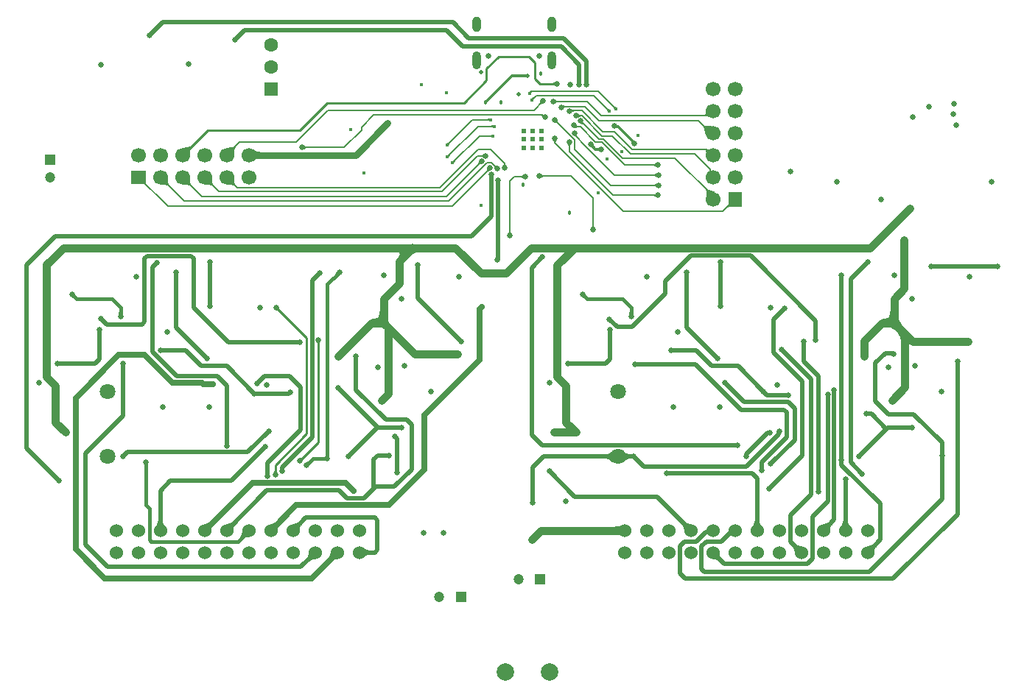
<source format=gbr>
%TF.GenerationSoftware,Altium Limited,Altium Designer,24.8.2 (39)*%
G04 Layer_Physical_Order=4*
G04 Layer_Color=16711680*
%FSLAX45Y45*%
%MOMM*%
%TF.SameCoordinates,7B02E6E7-76C9-4046-B631-68F2DAB786CE*%
%TF.FilePolarity,Positive*%
%TF.FileFunction,Copper,L4,Bot,Signal*%
%TF.Part,Single*%
G01*
G75*
%TA.AperFunction,Conductor*%
%ADD52C,0.50800*%
%ADD54C,0.76200*%
%ADD55C,0.88900*%
%ADD56C,0.20320*%
%ADD57C,0.30480*%
%ADD58C,0.38100*%
%ADD60C,0.63500*%
%ADD61C,0.17780*%
%ADD63C,0.25400*%
%TA.AperFunction,ComponentPad*%
%ADD69R,1.20000X1.20000*%
%ADD70C,1.20000*%
%ADD71C,1.52400*%
%ADD72C,1.80000*%
%TA.AperFunction,TestPad*%
%ADD73O,1.00000X2.10000*%
%ADD74C,0.65000*%
%ADD75O,1.00000X1.80000*%
%TA.AperFunction,ComponentPad*%
%ADD76R,1.20000X1.20000*%
%ADD77C,2.00000*%
%ADD78C,1.60000*%
%ADD79R,1.60000X1.60000*%
%ADD80C,1.70000*%
%ADD81R,1.70000X1.60000*%
%ADD82R,1.60000X1.70000*%
%TA.AperFunction,ViaPad*%
%ADD83C,0.63500*%
%ADD84C,0.45000*%
%ADD85C,0.60960*%
%ADD86C,0.45720*%
%ADD87C,0.50800*%
G36*
X5252912Y5556750D02*
X5235392Y5556121D01*
X5218393Y5554236D01*
X5201915Y5551093D01*
X5185958Y5546692D01*
X5170522Y5541035D01*
X5155606Y5534120D01*
X5141211Y5525948D01*
X5127336Y5516519D01*
X5113983Y5505832D01*
X5101150Y5493888D01*
X4975426D01*
X4986481Y5505832D01*
X4994501Y5516519D01*
X4999485Y5525948D01*
X5001434Y5534120D01*
X5000348Y5541035D01*
X4996226Y5546692D01*
X4989070Y5551093D01*
X4978878Y5554236D01*
X4965651Y5556121D01*
X4949388Y5556750D01*
X5145600Y5645650D01*
X5252912Y5556750D01*
D02*
G37*
G36*
X4307083Y5290052D02*
X4306106Y5289928D01*
X4304954Y5289540D01*
X4303627Y5288887D01*
X4302126Y5287969D01*
X4300449Y5286786D01*
X4296570Y5283625D01*
X4291991Y5279406D01*
X4289439Y5276899D01*
X4262499Y5303840D01*
X4265006Y5306391D01*
X4272386Y5314849D01*
X4273569Y5316526D01*
X4274486Y5318027D01*
X4275140Y5319354D01*
X4275528Y5320506D01*
X4275652Y5321483D01*
X4307083Y5290052D01*
D02*
G37*
G36*
X1265872Y5066506D02*
X1266260Y5065354D01*
X1266914Y5064027D01*
X1267832Y5062526D01*
X1269014Y5060849D01*
X1272175Y5056970D01*
X1276394Y5052391D01*
X1278901Y5049840D01*
X1251961Y5022899D01*
X1249409Y5025406D01*
X1240951Y5032786D01*
X1239274Y5033969D01*
X1237773Y5034887D01*
X1236446Y5035540D01*
X1235294Y5035928D01*
X1234318Y5036052D01*
X1265749Y5067483D01*
X1265872Y5066506D01*
D02*
G37*
G36*
X3615337Y4909894D02*
X3615657Y4907285D01*
X3616208Y4904714D01*
X3616989Y4902181D01*
X3618001Y4899687D01*
X3619245Y4897231D01*
X3620719Y4894814D01*
X3622424Y4892435D01*
X3624360Y4890095D01*
X3626527Y4887794D01*
X3608567Y4869833D01*
X3606265Y4872000D01*
X3603925Y4873936D01*
X3601546Y4875641D01*
X3599129Y4877115D01*
X3596673Y4878359D01*
X3594179Y4879371D01*
X3591647Y4880153D01*
X3589075Y4880703D01*
X3586466Y4881023D01*
X3583818Y4881112D01*
X3615249Y4912543D01*
X3615337Y4909894D01*
D02*
G37*
G36*
X1811882Y4854673D02*
X1812644Y4843474D01*
X1812993Y4841452D01*
X1813406Y4839741D01*
X1813882Y4838341D01*
X1814422Y4837252D01*
X1815025Y4836474D01*
X1770575D01*
X1771178Y4837252D01*
X1771718Y4838341D01*
X1772194Y4839741D01*
X1772607Y4841452D01*
X1772956Y4843474D01*
X1773464Y4848452D01*
X1773718Y4854673D01*
X1773750Y4858250D01*
X1811850D01*
X1811882Y4854673D01*
D02*
G37*
G36*
X4859850Y4844912D02*
X4860228Y4827643D01*
X4861361Y4811397D01*
X4863250Y4796173D01*
X4865895Y4781971D01*
X4869295Y4768792D01*
X4873451Y4756635D01*
X4878363Y4745500D01*
X4884030Y4735388D01*
X4890452Y4726298D01*
X4897631Y4718231D01*
X4834769Y4655369D01*
X4826702Y4662548D01*
X4817612Y4668970D01*
X4807500Y4674638D01*
X4796365Y4679549D01*
X4784209Y4683705D01*
X4771029Y4687105D01*
X4756828Y4689750D01*
X4725357Y4692772D01*
X4708088Y4693150D01*
X4682050Y4782050D01*
X4698941Y4782939D01*
X4714054Y4785606D01*
X4727389Y4790051D01*
X4738946Y4796274D01*
X4748725Y4804275D01*
X4756726Y4814054D01*
X4762949Y4825611D01*
X4767394Y4838946D01*
X4770061Y4854059D01*
X4770950Y4870950D01*
X4859850Y4844912D01*
D02*
G37*
G36*
X4087785Y4515863D02*
X4086166Y4513792D01*
X4084737Y4511584D01*
X4083499Y4509241D01*
X4082451Y4506761D01*
X4081594Y4504146D01*
X4080927Y4501394D01*
X4080451Y4498506D01*
X4080165Y4495482D01*
X4080070Y4492323D01*
X4054670Y4492322D01*
X4054575Y4495482D01*
X4054289Y4498505D01*
X4053813Y4501393D01*
X4053146Y4504145D01*
X4052289Y4506760D01*
X4051241Y4509240D01*
X4050003Y4511583D01*
X4048574Y4513791D01*
X4046955Y4515862D01*
X4045145Y4517797D01*
X4089595Y4517798D01*
X4087785Y4515863D01*
D02*
G37*
G36*
X4186782Y3216373D02*
X4187544Y3205174D01*
X4187893Y3203152D01*
X4188306Y3201441D01*
X4188782Y3200041D01*
X4189322Y3198952D01*
X4189925Y3198174D01*
X4145475D01*
X4146078Y3198952D01*
X4146618Y3200041D01*
X4147094Y3201441D01*
X4147507Y3203152D01*
X4147856Y3205174D01*
X4148364Y3210152D01*
X4148618Y3216373D01*
X4148650Y3219950D01*
X4186750D01*
X4186782Y3216373D01*
D02*
G37*
G36*
X4145026Y3153275D02*
X4144248Y3153878D01*
X4143159Y3154418D01*
X4141759Y3154894D01*
X4140048Y3155307D01*
X4138026Y3155656D01*
X4133049Y3156164D01*
X4126827Y3156418D01*
X4123250Y3156450D01*
Y3194550D01*
X4126827Y3194582D01*
X4138026Y3195344D01*
X4140048Y3195693D01*
X4141759Y3196106D01*
X4143159Y3196582D01*
X4144248Y3197122D01*
X4145026Y3197725D01*
Y3153275D01*
D02*
G37*
G36*
X3895332Y3173076D02*
X3893165Y3170774D01*
X3891229Y3168434D01*
X3889524Y3166055D01*
X3888049Y3163638D01*
X3886806Y3161182D01*
X3885794Y3158688D01*
X3885012Y3156156D01*
X3884462Y3153584D01*
X3884142Y3150975D01*
X3884053Y3148327D01*
X3852622Y3179758D01*
X3855270Y3179846D01*
X3857880Y3180166D01*
X3860451Y3180717D01*
X3862984Y3181498D01*
X3865478Y3182511D01*
X3867934Y3183754D01*
X3870351Y3185228D01*
X3872729Y3186933D01*
X3875069Y3188869D01*
X3877371Y3191036D01*
X3895332Y3173076D01*
D02*
G37*
G36*
X3971301Y3117261D02*
X3968794Y3114709D01*
X3961414Y3106251D01*
X3960232Y3104574D01*
X3959314Y3103073D01*
X3958660Y3101746D01*
X3958272Y3100594D01*
X3958149Y3099618D01*
X3926718Y3131049D01*
X3927694Y3131172D01*
X3928846Y3131560D01*
X3930173Y3132214D01*
X3931674Y3133132D01*
X3933351Y3134315D01*
X3937230Y3137475D01*
X3941809Y3141694D01*
X3944361Y3144201D01*
X3971301Y3117261D01*
D02*
G37*
G36*
X2106522Y3113948D02*
X2105982Y3112859D01*
X2105506Y3111459D01*
X2105093Y3109748D01*
X2104744Y3107726D01*
X2104236Y3102749D01*
X2103982Y3096527D01*
X2103950Y3092950D01*
X2065850D01*
X2065818Y3096527D01*
X2065056Y3107726D01*
X2064707Y3109748D01*
X2064294Y3111459D01*
X2063818Y3112859D01*
X2063278Y3113948D01*
X2062675Y3114726D01*
X2107125D01*
X2106522Y3113948D01*
D02*
G37*
G36*
X3583595Y3032530D02*
X3583881Y3029506D01*
X3584357Y3026618D01*
X3585024Y3023867D01*
X3585881Y3021251D01*
X3586929Y3018772D01*
X3588167Y3016428D01*
X3589596Y3014221D01*
X3591215Y3012149D01*
X3593025Y3010214D01*
X3548575D01*
X3550385Y3012149D01*
X3552004Y3014221D01*
X3553433Y3016428D01*
X3554671Y3018772D01*
X3555719Y3021251D01*
X3556576Y3023867D01*
X3557243Y3026618D01*
X3557719Y3029506D01*
X3558005Y3032530D01*
X3558100Y3035689D01*
X3583500D01*
X3583595Y3032530D01*
D02*
G37*
G36*
X2275679Y2460494D02*
X2276518Y2453594D01*
X2277915Y2446861D01*
X2279870Y2440295D01*
X2282385Y2433897D01*
X2285458Y2427666D01*
X2289091Y2421603D01*
X2293282Y2415707D01*
X2298031Y2409979D01*
X2303340Y2404418D01*
X2196660D01*
X2201969Y2409979D01*
X2206718Y2415707D01*
X2210909Y2421603D01*
X2214542Y2427666D01*
X2217615Y2433897D01*
X2220130Y2440295D01*
X2222085Y2446861D01*
X2223482Y2453594D01*
X2224321Y2460494D01*
X2224600Y2467562D01*
X2275400D01*
X2275679Y2460494D01*
D02*
G37*
G36*
X3875090Y2415169D02*
X3870289Y2409973D01*
X3866003Y2404501D01*
X3862230Y2398752D01*
X3858970Y2392727D01*
X3856224Y2386425D01*
X3853991Y2379846D01*
X3852272Y2372990D01*
X3851067Y2365857D01*
X3850375Y2358448D01*
X3850196Y2350762D01*
X3774762Y2426196D01*
X3782448Y2426375D01*
X3789857Y2427067D01*
X3796990Y2428272D01*
X3803846Y2429991D01*
X3810425Y2432224D01*
X3816727Y2434970D01*
X3822752Y2438230D01*
X3828501Y2442003D01*
X3833973Y2446289D01*
X3839169Y2451090D01*
X3875090Y2415169D01*
D02*
G37*
G36*
X3623761Y2408860D02*
X3618470Y2403263D01*
X3613741Y2397619D01*
X3609576Y2391927D01*
X3605974Y2386188D01*
X3602936Y2380402D01*
X3600461Y2374569D01*
X3598550Y2368688D01*
X3597202Y2362760D01*
X3596417Y2356785D01*
X3596196Y2350762D01*
X3520762Y2426196D01*
X3526785Y2426418D01*
X3532760Y2427202D01*
X3538688Y2428550D01*
X3544568Y2430461D01*
X3550402Y2432936D01*
X3556188Y2435975D01*
X3561927Y2439576D01*
X3567618Y2443741D01*
X3573263Y2448470D01*
X3578860Y2453761D01*
X3623761Y2408860D01*
D02*
G37*
G36*
X3113090Y2415169D02*
X3108289Y2409973D01*
X3104003Y2404501D01*
X3100230Y2398752D01*
X3096970Y2392727D01*
X3094224Y2386425D01*
X3091991Y2379846D01*
X3090272Y2372990D01*
X3089067Y2365857D01*
X3088375Y2358448D01*
X3088196Y2350762D01*
X3012762Y2426196D01*
X3020448Y2426375D01*
X3027857Y2427067D01*
X3034990Y2428272D01*
X3041846Y2429991D01*
X3048425Y2432224D01*
X3054727Y2434970D01*
X3060752Y2438230D01*
X3066501Y2442003D01*
X3071973Y2446289D01*
X3077169Y2451090D01*
X3113090Y2415169D01*
D02*
G37*
G36*
X2861761Y2408860D02*
X2856470Y2403263D01*
X2851741Y2397619D01*
X2847576Y2391927D01*
X2843975Y2386188D01*
X2840936Y2380402D01*
X2838461Y2374569D01*
X2836550Y2368688D01*
X2835202Y2362760D01*
X2834417Y2356785D01*
X2834196Y2350762D01*
X2758762Y2426196D01*
X2764785Y2426418D01*
X2770760Y2427202D01*
X2776688Y2428550D01*
X2782568Y2430461D01*
X2788402Y2432936D01*
X2794188Y2435975D01*
X2799927Y2439576D01*
X2805618Y2443741D01*
X2811263Y2448470D01*
X2816860Y2453761D01*
X2861761Y2408860D01*
D02*
G37*
G36*
X3265238Y2273804D02*
X3255893Y2273673D01*
X3238748Y2272046D01*
X3230949Y2270551D01*
X3223665Y2268600D01*
X3216896Y2266196D01*
X3210642Y2263337D01*
X3204903Y2260022D01*
X3199679Y2256254D01*
X3194971Y2252030D01*
X3168030Y2278971D01*
X3172254Y2283679D01*
X3176022Y2288903D01*
X3179337Y2294642D01*
X3182196Y2300896D01*
X3184600Y2307665D01*
X3186551Y2314949D01*
X3188046Y2322748D01*
X3189087Y2331063D01*
X3189673Y2339893D01*
X3189804Y2349238D01*
X3265238Y2273804D01*
D02*
G37*
G36*
X4595979Y2144032D02*
X4601707Y2139282D01*
X4607603Y2135091D01*
X4613666Y2131459D01*
X4619897Y2128385D01*
X4626295Y2125871D01*
X4632861Y2123915D01*
X4639594Y2122518D01*
X4646494Y2121680D01*
X4653562Y2121400D01*
Y2070600D01*
X4646494Y2070321D01*
X4639594Y2069483D01*
X4632861Y2068086D01*
X4626295Y2066130D01*
X4619897Y2063615D01*
X4613666Y2060542D01*
X4607603Y2056910D01*
X4601707Y2052719D01*
X4595979Y2047969D01*
X4590418Y2042660D01*
Y2149340D01*
X4595979Y2144032D01*
D02*
G37*
G36*
X4030831Y2019853D02*
X4023086Y2019324D01*
X4015630Y2018323D01*
X4008461Y2016851D01*
X4001580Y2014907D01*
X3994987Y2012492D01*
X3988682Y2009605D01*
X3982665Y2006246D01*
X3976936Y2002416D01*
X3971495Y1998115D01*
X3966343Y1993341D01*
X3928623Y2027464D01*
X3933449Y2032698D01*
X3937720Y2038196D01*
X3941436Y2043957D01*
X3944598Y2049980D01*
X3947205Y2056267D01*
X3949258Y2062817D01*
X3950757Y2069630D01*
X3951701Y2076706D01*
X3952090Y2084045D01*
X3951925Y2091647D01*
X4030831Y2019853D01*
D02*
G37*
G36*
X4281238Y2019804D02*
X4275215Y2019583D01*
X4269240Y2018798D01*
X4263313Y2017450D01*
X4257432Y2015539D01*
X4251598Y2013064D01*
X4245812Y2010026D01*
X4240073Y2006424D01*
X4234382Y2002259D01*
X4228737Y1997531D01*
X4223140Y1992239D01*
X4178239Y2037140D01*
X4183531Y2042737D01*
X4188259Y2048382D01*
X4192424Y2054073D01*
X4196026Y2059812D01*
X4199064Y2065598D01*
X4201539Y2071432D01*
X4203450Y2077313D01*
X4204798Y2083240D01*
X4205583Y2089216D01*
X4205804Y2095238D01*
X4281238Y2019804D01*
D02*
G37*
G36*
X5575306Y6798857D02*
X5573690Y6797163D01*
X5570975Y6793815D01*
X5569875Y6792162D01*
X5568946Y6790522D01*
X5568190Y6788895D01*
X5567604Y6787282D01*
X5567191Y6785683D01*
X5566949Y6784097D01*
X5566879Y6782525D01*
X5544605Y6804799D01*
X5546177Y6804869D01*
X5547763Y6805111D01*
X5549362Y6805524D01*
X5550975Y6806110D01*
X5552602Y6806866D01*
X5554242Y6807795D01*
X5555895Y6808895D01*
X5557562Y6810167D01*
X5559243Y6811610D01*
X5560937Y6813226D01*
X5575306Y6798857D01*
D02*
G37*
G36*
X3907000Y6776216D02*
X3909449Y6774165D01*
X3911955Y6772355D01*
X3914516Y6770787D01*
X3917134Y6769460D01*
X3919808Y6768374D01*
X3922537Y6767529D01*
X3925323Y6766926D01*
X3928165Y6766564D01*
X3931063Y6766443D01*
Y6746123D01*
X3928165Y6746003D01*
X3925323Y6745641D01*
X3922537Y6745038D01*
X3919808Y6744193D01*
X3917134Y6743107D01*
X3914516Y6741780D01*
X3911955Y6740212D01*
X3909449Y6738402D01*
X3907000Y6736351D01*
X3904607Y6734058D01*
Y6778508D01*
X3907000Y6776216D01*
D02*
G37*
G36*
X3114920Y6756551D02*
X3111390Y6752324D01*
X3108246Y6747087D01*
X3105488Y6740840D01*
X3103117Y6733584D01*
X3101131Y6725319D01*
X3099532Y6716044D01*
X3098319Y6705760D01*
X3097050Y6682163D01*
X3096996Y6668850D01*
X3012850Y6752996D01*
X3026163Y6753051D01*
X3060044Y6755532D01*
X3069318Y6757131D01*
X3077584Y6759117D01*
X3084840Y6761488D01*
X3091087Y6764246D01*
X3096323Y6767390D01*
X3100551Y6770920D01*
X3114920Y6756551D01*
D02*
G37*
G36*
X2608472Y6754512D02*
X2604653Y6750031D01*
X2601251Y6744643D01*
X2598264Y6738347D01*
X2595693Y6731142D01*
X2593537Y6723030D01*
X2591797Y6714010D01*
X2590473Y6704082D01*
X2589073Y6681502D01*
X2588996Y6668850D01*
X2504850Y6752996D01*
X2517502Y6753073D01*
X2540082Y6754473D01*
X2550010Y6755797D01*
X2559030Y6757537D01*
X2567142Y6759693D01*
X2574347Y6762264D01*
X2580643Y6765251D01*
X2586031Y6768653D01*
X2590511Y6772472D01*
X2608472Y6754512D01*
D02*
G37*
G36*
X5580386Y6661697D02*
X5578770Y6660003D01*
X5576055Y6656655D01*
X5574955Y6655002D01*
X5574026Y6653362D01*
X5573270Y6651735D01*
X5572684Y6650122D01*
X5572271Y6648523D01*
X5572029Y6646937D01*
X5571959Y6645365D01*
X5549685Y6667639D01*
X5551257Y6667709D01*
X5552843Y6667951D01*
X5554442Y6668364D01*
X5556055Y6668950D01*
X5557682Y6669706D01*
X5559322Y6670635D01*
X5560975Y6671735D01*
X5562642Y6673007D01*
X5564323Y6674450D01*
X5566017Y6676066D01*
X5580386Y6661697D01*
D02*
G37*
G36*
X3331141Y6723434D02*
X3336066Y6719796D01*
X3341477Y6716586D01*
X3347376Y6713804D01*
X3353760Y6711450D01*
X3360632Y6709524D01*
X3367989Y6708026D01*
X3375834Y6706956D01*
X3384165Y6706314D01*
X3392983Y6706100D01*
Y6629900D01*
X3384165Y6629686D01*
X3375834Y6629044D01*
X3367989Y6627974D01*
X3360632Y6626476D01*
X3353760Y6624550D01*
X3347376Y6622196D01*
X3341477Y6619414D01*
X3336066Y6616204D01*
X3331141Y6612566D01*
X3326702Y6608500D01*
Y6727500D01*
X3331141Y6723434D01*
D02*
G37*
G36*
X5638806Y6593117D02*
X5637190Y6591423D01*
X5634475Y6588075D01*
X5633375Y6586422D01*
X5632446Y6584782D01*
X5631690Y6583155D01*
X5631104Y6581542D01*
X5630691Y6579943D01*
X5630449Y6578357D01*
X5630379Y6576785D01*
X5608105Y6599059D01*
X5609677Y6599129D01*
X5611263Y6599371D01*
X5612862Y6599784D01*
X5614475Y6600370D01*
X5616102Y6601126D01*
X5617742Y6602055D01*
X5619395Y6603155D01*
X5621062Y6604427D01*
X5622743Y6605870D01*
X5624437Y6607486D01*
X5638806Y6593117D01*
D02*
G37*
G36*
X2079546Y6361461D02*
X2078971Y6359594D01*
Y6357438D01*
X2079546Y6354996D01*
X2080695Y6352266D01*
X2082419Y6349248D01*
X2084718Y6345944D01*
X2087592Y6342351D01*
X2095064Y6334305D01*
X2080695Y6319937D01*
X2076528Y6323960D01*
X2069057Y6330282D01*
X2065752Y6332581D01*
X2062735Y6334305D01*
X2060005Y6335454D01*
X2057562Y6336029D01*
X2055407D01*
X2053539Y6335454D01*
X2051958Y6334305D01*
X2080695Y6363042D01*
X2079546Y6361461D01*
D02*
G37*
G36*
X3097050Y6399838D02*
X3099532Y6365957D01*
X3101131Y6356682D01*
X3103117Y6348416D01*
X3105488Y6341160D01*
X3108246Y6334914D01*
X3111390Y6329677D01*
X3114920Y6325449D01*
X3100551Y6311081D01*
X3096323Y6314610D01*
X3091087Y6317754D01*
X3084840Y6320512D01*
X3077584Y6322883D01*
X3069318Y6324869D01*
X3060044Y6326468D01*
X3049759Y6327682D01*
X3026163Y6328950D01*
X3012850Y6329005D01*
X3096996Y6413150D01*
X3097050Y6399838D01*
D02*
G37*
G36*
X2843050D02*
X2845532Y6365957D01*
X2847131Y6356682D01*
X2849117Y6348416D01*
X2851488Y6341160D01*
X2854246Y6334914D01*
X2857390Y6329677D01*
X2860920Y6325449D01*
X2846551Y6311081D01*
X2842323Y6314610D01*
X2837087Y6317754D01*
X2830840Y6320512D01*
X2823584Y6322883D01*
X2815318Y6324869D01*
X2806044Y6326468D01*
X2795759Y6327682D01*
X2772163Y6328950D01*
X2758850Y6329005D01*
X2842996Y6413150D01*
X2843050Y6399838D01*
D02*
G37*
G36*
X2589050D02*
X2591532Y6365957D01*
X2593131Y6356682D01*
X2595117Y6348416D01*
X2597488Y6341160D01*
X2600246Y6334914D01*
X2603390Y6329677D01*
X2606920Y6325449D01*
X2592551Y6311081D01*
X2588323Y6314610D01*
X2583087Y6317754D01*
X2576840Y6320512D01*
X2569584Y6322883D01*
X2561318Y6324869D01*
X2552044Y6326468D01*
X2541759Y6327682D01*
X2518163Y6328950D01*
X2504850Y6329005D01*
X2588996Y6413150D01*
X2589050Y6399838D01*
D02*
G37*
G36*
X2335050D02*
X2337532Y6365957D01*
X2339131Y6356682D01*
X2341117Y6348416D01*
X2343488Y6341160D01*
X2346246Y6334914D01*
X2349390Y6329677D01*
X2352920Y6325449D01*
X2338551Y6311081D01*
X2334323Y6314610D01*
X2329087Y6317754D01*
X2322840Y6320512D01*
X2315584Y6322883D01*
X2307318Y6324869D01*
X2298044Y6326468D01*
X2287759Y6327682D01*
X2264163Y6328950D01*
X2250850Y6329005D01*
X2334996Y6413150D01*
X2335050Y6399838D01*
D02*
G37*
G36*
X5942090Y6566919D02*
X5938777Y6566847D01*
X5935594Y6566566D01*
X5932543Y6566074D01*
X5929623Y6565372D01*
X5926833Y6564459D01*
X5924175Y6563336D01*
X5921647Y6562003D01*
X5919251Y6560460D01*
X5916985Y6558706D01*
X5914851Y6556743D01*
X5900482Y6571111D01*
X5902446Y6573245D01*
X5904200Y6575511D01*
X5905743Y6577907D01*
X5907076Y6580435D01*
X5908199Y6583093D01*
X5909112Y6585883D01*
X5909814Y6588803D01*
X5910306Y6591854D01*
X5910587Y6595037D01*
X5910659Y6598350D01*
X5942090Y6566919D01*
D02*
G37*
G36*
X6217601Y6564373D02*
X6217963Y6561531D01*
X6218566Y6558745D01*
X6219410Y6556015D01*
X6220496Y6553341D01*
X6221823Y6550724D01*
X6223392Y6548162D01*
X6225202Y6545657D01*
X6227253Y6543207D01*
X6229545Y6540814D01*
X6185095D01*
X6187387Y6543207D01*
X6189438Y6545657D01*
X6191248Y6548162D01*
X6192817Y6550724D01*
X6194144Y6553341D01*
X6195230Y6556015D01*
X6196074Y6558745D01*
X6196677Y6561531D01*
X6197039Y6564373D01*
X6197160Y6567271D01*
X6217480D01*
X6217601Y6564373D01*
D02*
G37*
G36*
X6100618Y6550481D02*
X6102884Y6548727D01*
X6105280Y6547184D01*
X6107808Y6545851D01*
X6110466Y6544728D01*
X6113255Y6543816D01*
X6116176Y6543113D01*
X6119227Y6542621D01*
X6122409Y6542340D01*
X6125723Y6542269D01*
X6094292Y6510838D01*
X6094220Y6514151D01*
X6093939Y6517333D01*
X6093447Y6520384D01*
X6092744Y6523305D01*
X6091832Y6526094D01*
X6090709Y6528753D01*
X6089376Y6531280D01*
X6087833Y6533676D01*
X6086079Y6535942D01*
X6084115Y6538076D01*
X6098484Y6552445D01*
X6100618Y6550481D01*
D02*
G37*
G36*
X6041425Y6485168D02*
X6038074Y6484887D01*
X6034860Y6484422D01*
X6031785Y6483771D01*
X6028848Y6482935D01*
X6026050Y6481915D01*
X6023390Y6480709D01*
X6020868Y6479318D01*
X6018484Y6477743D01*
X6016238Y6475982D01*
X6014131Y6474037D01*
X5998775Y6487418D01*
X6000756Y6489577D01*
X6002502Y6491857D01*
X6004013Y6494260D01*
X6005289Y6496785D01*
X6006331Y6499431D01*
X6007138Y6502199D01*
X6007711Y6505090D01*
X6008048Y6508102D01*
X6008151Y6511236D01*
X6008019Y6514491D01*
X6041425Y6485168D01*
D02*
G37*
G36*
X6418766Y6396355D02*
X6416373Y6398647D01*
X6413923Y6400698D01*
X6411418Y6402508D01*
X6408856Y6404077D01*
X6406239Y6405404D01*
X6403565Y6406490D01*
X6400835Y6407334D01*
X6398049Y6407937D01*
X6395207Y6408299D01*
X6392310Y6408420D01*
Y6428740D01*
X6395207Y6428861D01*
X6398049Y6429223D01*
X6400835Y6429826D01*
X6403565Y6430670D01*
X6406239Y6431756D01*
X6408856Y6433083D01*
X6411418Y6434652D01*
X6413923Y6436462D01*
X6416373Y6438513D01*
X6418766Y6440805D01*
Y6396355D01*
D02*
G37*
G36*
X6276461Y5784093D02*
X6276823Y5781251D01*
X6277426Y5778465D01*
X6278270Y5775735D01*
X6279356Y5773061D01*
X6280683Y5770444D01*
X6282252Y5767882D01*
X6284062Y5765377D01*
X6286113Y5762927D01*
X6288405Y5760534D01*
X6243955D01*
X6246247Y5762927D01*
X6248298Y5765377D01*
X6250108Y5767882D01*
X6251677Y5770444D01*
X6253004Y5773061D01*
X6254090Y5775735D01*
X6254934Y5778465D01*
X6255537Y5781251D01*
X6255899Y5784093D01*
X6256020Y5786990D01*
X6276340D01*
X6276461Y5784093D01*
D02*
G37*
G36*
X5940705Y6666730D02*
X5943623Y6666855D01*
X5946469Y6667228D01*
X5949243Y6667850D01*
X5951945Y6668721D01*
X5954575Y6669840D01*
X5957133Y6671209D01*
X5959619Y6672826D01*
X5962033Y6674692D01*
X5964375Y6676807D01*
X5966645Y6679171D01*
X5968591Y6634764D01*
X5966078Y6636977D01*
X5963525Y6638956D01*
X5960932Y6640704D01*
X5958298Y6642217D01*
X5955624Y6643499D01*
X5952909Y6644547D01*
X5950154Y6645362D01*
X5947358Y6645944D01*
X5944522Y6646294D01*
X5941645Y6646410D01*
X5940705Y6666730D01*
D02*
G37*
G36*
X6038168Y6894060D02*
X6040510Y6894122D01*
X6042711Y6894305D01*
X6044769Y6894612D01*
X6046685Y6895042D01*
X6048458Y6895594D01*
X6050089Y6896269D01*
X6051578Y6897067D01*
X6052924Y6897987D01*
X6054128Y6899031D01*
X6055189Y6900197D01*
X6058224Y6868843D01*
X6056997Y6869773D01*
X6055645Y6870606D01*
X6054171Y6871341D01*
X6052572Y6871977D01*
X6050849Y6872516D01*
X6049002Y6872957D01*
X6047032Y6873299D01*
X6044938Y6873544D01*
X6040378Y6873740D01*
X6038168Y6894060D01*
D02*
G37*
G36*
X6051825Y7008360D02*
X6054165Y7008416D01*
X6058452Y7008863D01*
X6060399Y7009254D01*
X6062215Y7009758D01*
X6063901Y7010373D01*
X6065455Y7011099D01*
X6066878Y7011938D01*
X6068170Y7012888D01*
X6069332Y7013950D01*
Y6982450D01*
X6068170Y6983512D01*
X6066878Y6984463D01*
X6065455Y6985301D01*
X6063901Y6986028D01*
X6062215Y6986643D01*
X6060399Y6987146D01*
X6058452Y6987537D01*
X6056374Y6987817D01*
X6054165Y6987984D01*
X6051825Y6988040D01*
Y7008360D01*
D02*
G37*
G36*
X6013725Y7084560D02*
X6016065Y7084616D01*
X6020352Y7085063D01*
X6022299Y7085454D01*
X6024115Y7085958D01*
X6025801Y7086573D01*
X6027355Y7087299D01*
X6028778Y7088138D01*
X6030070Y7089088D01*
X6031232Y7090150D01*
Y7058650D01*
X6030070Y7059712D01*
X6028778Y7060663D01*
X6027355Y7061501D01*
X6025801Y7062228D01*
X6024115Y7062843D01*
X6022299Y7063346D01*
X6020352Y7063737D01*
X6018274Y7064017D01*
X6016065Y7064184D01*
X6013725Y7064240D01*
Y7084560D01*
D02*
G37*
G36*
X6016323Y7288571D02*
X6006659Y7277829D01*
X5984029Y7300459D01*
X5984328Y7300554D01*
X5984800Y7300842D01*
X5985444Y7301324D01*
X5987248Y7302870D01*
X5992922Y7308285D01*
X5994771Y7310123D01*
X6016323Y7288571D01*
D02*
G37*
G36*
X7944866Y6531475D02*
X7942473Y6533767D01*
X7940023Y6535819D01*
X7937518Y6537628D01*
X7934956Y6539197D01*
X7932339Y6540524D01*
X7929665Y6541610D01*
X7926935Y6542454D01*
X7924150Y6543058D01*
X7921308Y6543419D01*
X7918410Y6543540D01*
Y6563860D01*
X7921308Y6563981D01*
X7924150Y6564343D01*
X7926935Y6564946D01*
X7929665Y6565791D01*
X7932339Y6566876D01*
X7934956Y6568204D01*
X7937518Y6569772D01*
X7940023Y6571582D01*
X7942473Y6573633D01*
X7944866Y6575925D01*
Y6531475D01*
D02*
G37*
G36*
X8582121Y6497098D02*
X8561096Y6489574D01*
X8561116Y6489724D01*
X8561133Y6490152D01*
X8561200Y6503600D01*
X8581520D01*
X8582121Y6497098D01*
D02*
G37*
G36*
X7949946Y6414635D02*
X7947553Y6416927D01*
X7945103Y6418979D01*
X7942598Y6420788D01*
X7940036Y6422357D01*
X7937419Y6423684D01*
X7934745Y6424770D01*
X7932015Y6425614D01*
X7929230Y6426218D01*
X7926387Y6426579D01*
X7923490Y6426700D01*
Y6447020D01*
X7926387Y6447141D01*
X7929230Y6447503D01*
X7932015Y6448106D01*
X7934745Y6448951D01*
X7937419Y6450036D01*
X7940036Y6451364D01*
X7942598Y6452932D01*
X7945103Y6454742D01*
X7947553Y6456793D01*
X7949946Y6459085D01*
Y6414635D01*
D02*
G37*
G36*
X6628425Y6446775D02*
X6630875Y6444723D01*
X6633380Y6442914D01*
X6635942Y6441345D01*
X6638559Y6440018D01*
X6641233Y6438932D01*
X6643963Y6438088D01*
X6646749Y6437484D01*
X6649591Y6437123D01*
X6652489Y6437002D01*
Y6416682D01*
X6649591Y6416561D01*
X6646749Y6416199D01*
X6643963Y6415596D01*
X6641233Y6414751D01*
X6638559Y6413666D01*
X6635942Y6412338D01*
X6633380Y6410770D01*
X6630875Y6408960D01*
X6628425Y6406909D01*
X6626032Y6404617D01*
Y6449067D01*
X6628425Y6446775D01*
D02*
G37*
G36*
X7955026Y6297795D02*
X7952633Y6300087D01*
X7950183Y6302139D01*
X7947678Y6303948D01*
X7945116Y6305517D01*
X7942499Y6306844D01*
X7939825Y6307930D01*
X7937095Y6308774D01*
X7934310Y6309378D01*
X7931467Y6309739D01*
X7928570Y6309860D01*
Y6330180D01*
X7931467Y6330301D01*
X7934310Y6330663D01*
X7937095Y6331266D01*
X7939825Y6332111D01*
X7942499Y6333196D01*
X7945116Y6334524D01*
X7947678Y6336092D01*
X7950183Y6337902D01*
X7952633Y6339953D01*
X7955026Y6342245D01*
Y6297795D01*
D02*
G37*
G36*
X8540308Y6275097D02*
X8544182Y6272821D01*
X8549518Y6270148D01*
X8564581Y6263611D01*
X8627838Y6240312D01*
X8520261Y6189439D01*
X8523951Y6200271D01*
X8526779Y6210437D01*
X8528744Y6219938D01*
X8529846Y6228772D01*
X8530086Y6236941D01*
X8529462Y6244443D01*
X8527975Y6251280D01*
X8525626Y6257452D01*
X8522414Y6262957D01*
X8518339Y6267796D01*
X8537897Y6276975D01*
X8540308Y6275097D01*
D02*
G37*
G36*
X7947406Y6183495D02*
X7945013Y6185787D01*
X7942563Y6187839D01*
X7940058Y6189648D01*
X7937496Y6191217D01*
X7934879Y6192544D01*
X7932205Y6193630D01*
X7929475Y6194474D01*
X7926690Y6195078D01*
X7923847Y6195439D01*
X7920950Y6195560D01*
Y6215880D01*
X7923847Y6216001D01*
X7926690Y6216363D01*
X7929475Y6216966D01*
X7932205Y6217811D01*
X7934879Y6218896D01*
X7937496Y6220224D01*
X7940058Y6221792D01*
X7942563Y6223602D01*
X7945013Y6225653D01*
X7947406Y6227945D01*
Y6183495D01*
D02*
G37*
G36*
X8798042Y6075610D02*
X8796711Y6076952D01*
X8795038Y6077669D01*
X8793022Y6077762D01*
X8790662Y6077231D01*
X8787960Y6076076D01*
X8784915Y6074296D01*
X8781527Y6071893D01*
X8777796Y6068865D01*
X8769305Y6060937D01*
X8752752Y6073121D01*
X8757948Y6078457D01*
X8769523Y6092141D01*
X8772043Y6095927D01*
X8773894Y6099326D01*
X8775077Y6102336D01*
X8775590Y6104959D01*
X8775434Y6107194D01*
X8774610Y6109042D01*
X8798042Y6075610D01*
D02*
G37*
G36*
X7234041Y5857753D02*
X7234403Y5854911D01*
X7235006Y5852125D01*
X7235850Y5849395D01*
X7236936Y5846721D01*
X7238263Y5844104D01*
X7239832Y5841542D01*
X7241642Y5839037D01*
X7243693Y5836587D01*
X7245985Y5834194D01*
X7201535D01*
X7203827Y5836587D01*
X7205878Y5839037D01*
X7207688Y5841542D01*
X7209257Y5844104D01*
X7210584Y5846721D01*
X7211670Y5849395D01*
X7212514Y5852125D01*
X7213117Y5854911D01*
X7213479Y5857753D01*
X7213600Y5860650D01*
X7233920D01*
X7234041Y5857753D01*
D02*
G37*
G36*
X7133272Y5066506D02*
X7133660Y5065354D01*
X7134314Y5064027D01*
X7135232Y5062526D01*
X7136414Y5060849D01*
X7139575Y5056970D01*
X7143794Y5052391D01*
X7146301Y5049840D01*
X7119361Y5022899D01*
X7116809Y5025406D01*
X7108351Y5032786D01*
X7106674Y5033969D01*
X7105173Y5034887D01*
X7103846Y5035540D01*
X7102694Y5035928D01*
X7101718Y5036052D01*
X7133149Y5067483D01*
X7133272Y5066506D01*
D02*
G37*
G36*
X7679282Y4854673D02*
X7680044Y4843474D01*
X7680393Y4841452D01*
X7680806Y4839741D01*
X7681282Y4838341D01*
X7681822Y4837252D01*
X7682425Y4836474D01*
X7637975D01*
X7638578Y4837252D01*
X7639118Y4838341D01*
X7639594Y4839741D01*
X7640007Y4841452D01*
X7640356Y4843474D01*
X7640864Y4848452D01*
X7641118Y4854673D01*
X7641150Y4858250D01*
X7679250D01*
X7679282Y4854673D01*
D02*
G37*
G36*
X10727250Y4844912D02*
X10727879Y4827392D01*
X10729764Y4810393D01*
X10732908Y4793915D01*
X10737308Y4777958D01*
X10742966Y4762522D01*
X10749880Y4747606D01*
X10758052Y4733211D01*
X10767482Y4719336D01*
X10778168Y4705983D01*
X10790112Y4693150D01*
X10749868Y4652906D01*
X10838691Y4644571D01*
X10867269Y4490269D01*
X10864313Y4492336D01*
X10861668Y4492315D01*
X10859334Y4490203D01*
X10857311Y4486003D01*
X10855600Y4479714D01*
X10854200Y4471335D01*
X10851866Y4433664D01*
X10851710Y4416928D01*
X10762810Y4505828D01*
X10762181Y4523348D01*
X10760296Y4540347D01*
X10757152Y4556825D01*
X10752752Y4572782D01*
X10747095Y4588219D01*
X10740180Y4603135D01*
X10732008Y4617529D01*
X10722579Y4631404D01*
X10713015Y4643355D01*
X10701064Y4652919D01*
X10687189Y4662348D01*
X10672795Y4670520D01*
X10657879Y4677435D01*
X10642442Y4683092D01*
X10626485Y4687493D01*
X10610007Y4690636D01*
X10593008Y4692521D01*
X10575488Y4693150D01*
X10549450Y4782050D01*
X10566341Y4782939D01*
X10581454Y4785606D01*
X10594789Y4790051D01*
X10606346Y4796274D01*
X10616125Y4804275D01*
X10624126Y4814054D01*
X10630349Y4825611D01*
X10634794Y4838946D01*
X10637461Y4854059D01*
X10638350Y4870950D01*
X10727250Y4844912D01*
D02*
G37*
G36*
X7579039Y3256590D02*
X7586543Y3250233D01*
X7594085Y3244623D01*
X7601664Y3239762D01*
X7609281Y3235649D01*
X7616935Y3232283D01*
X7624627Y3229666D01*
X7632357Y3227796D01*
X7640124Y3226674D01*
X7647929Y3226300D01*
X7648347Y3175500D01*
X7640514Y3175122D01*
X7632738Y3173988D01*
X7625018Y3172098D01*
X7617355Y3169452D01*
X7609749Y3166050D01*
X7602199Y3161892D01*
X7594707Y3156977D01*
X7587271Y3151307D01*
X7579891Y3144881D01*
X7572569Y3137699D01*
X7571573Y3263695D01*
X7579039Y3256590D01*
D02*
G37*
G36*
X7443032Y3137699D02*
X7435709Y3144881D01*
X7428330Y3151307D01*
X7420893Y3156977D01*
X7413401Y3161892D01*
X7405851Y3166050D01*
X7398245Y3169452D01*
X7390582Y3172098D01*
X7382862Y3173988D01*
X7375086Y3175122D01*
X7367253Y3175500D01*
X7367671Y3226300D01*
X7375476Y3226674D01*
X7383243Y3227796D01*
X7390973Y3229666D01*
X7398665Y3232283D01*
X7406319Y3235649D01*
X7413936Y3239762D01*
X7421515Y3244623D01*
X7429057Y3250233D01*
X7436561Y3256590D01*
X7444027Y3263695D01*
X7443032Y3137699D01*
D02*
G37*
G36*
X10149679Y2460494D02*
X10150518Y2453594D01*
X10151915Y2446861D01*
X10153870Y2440295D01*
X10156385Y2433897D01*
X10159458Y2427666D01*
X10163091Y2421603D01*
X10167282Y2415707D01*
X10172031Y2409979D01*
X10177340Y2404418D01*
X10070660D01*
X10075969Y2409979D01*
X10080718Y2415707D01*
X10084909Y2421603D01*
X10088542Y2427666D01*
X10091615Y2433897D01*
X10094130Y2440295D01*
X10096085Y2446861D01*
X10097482Y2453594D01*
X10098321Y2460494D01*
X10098600Y2467562D01*
X10149400D01*
X10149679Y2460494D01*
D02*
G37*
G36*
X9133679D02*
X9134518Y2453594D01*
X9135915Y2446861D01*
X9137870Y2440295D01*
X9140385Y2433897D01*
X9143458Y2427666D01*
X9147091Y2421603D01*
X9151282Y2415707D01*
X9156031Y2409979D01*
X9161340Y2404418D01*
X9054660D01*
X9059969Y2409979D01*
X9064718Y2415707D01*
X9068909Y2421603D01*
X9072542Y2427666D01*
X9075615Y2433897D01*
X9078130Y2440295D01*
X9080085Y2446861D01*
X9081482Y2453594D01*
X9082321Y2460494D01*
X9082600Y2467562D01*
X9133400D01*
X9133679Y2460494D01*
D02*
G37*
G36*
X9971090Y2415169D02*
X9966289Y2409973D01*
X9962003Y2404501D01*
X9958230Y2398752D01*
X9954970Y2392727D01*
X9952224Y2386425D01*
X9949991Y2379846D01*
X9948272Y2372990D01*
X9947067Y2365857D01*
X9946375Y2358448D01*
X9946196Y2350762D01*
X9870762Y2426196D01*
X9878448Y2426375D01*
X9885857Y2427067D01*
X9892990Y2428272D01*
X9899846Y2429991D01*
X9906425Y2432224D01*
X9912727Y2434970D01*
X9918752Y2438230D01*
X9924501Y2442003D01*
X9929973Y2446289D01*
X9935169Y2451090D01*
X9971090Y2415169D01*
D02*
G37*
G36*
X8286027Y2446289D02*
X8291499Y2442003D01*
X8297248Y2438230D01*
X8303273Y2434970D01*
X8309575Y2432224D01*
X8316155Y2429991D01*
X8323010Y2428272D01*
X8330143Y2427067D01*
X8337552Y2426375D01*
X8345238Y2426196D01*
X8269804Y2350762D01*
X8269625Y2358448D01*
X8268933Y2365857D01*
X8267728Y2372990D01*
X8266009Y2379846D01*
X8263776Y2386425D01*
X8261030Y2392727D01*
X8257771Y2398752D01*
X8253997Y2404501D01*
X8249711Y2409973D01*
X8244911Y2415169D01*
X8280832Y2451090D01*
X8286027Y2446289D01*
D02*
G37*
G36*
X7529582Y2296660D02*
X7527482Y2298349D01*
X7524666Y2299861D01*
X7521135Y2301194D01*
X7516889Y2302350D01*
X7511927Y2303328D01*
X7506250Y2304128D01*
X7492750Y2305195D01*
X7476388Y2305550D01*
Y2394450D01*
X7484926Y2394539D01*
X7511927Y2396673D01*
X7516889Y2397651D01*
X7521135Y2398806D01*
X7524666Y2400140D01*
X7527482Y2401651D01*
X7529582Y2403340D01*
Y2296660D01*
D02*
G37*
G36*
X10479090Y2161169D02*
X10474289Y2155973D01*
X10470003Y2150501D01*
X10466230Y2144752D01*
X10462970Y2138727D01*
X10460224Y2132425D01*
X10457991Y2125846D01*
X10456272Y2118990D01*
X10455067Y2111857D01*
X10454375Y2104448D01*
X10454196Y2096762D01*
X10378762Y2172196D01*
X10386448Y2172375D01*
X10393857Y2173067D01*
X10400990Y2174272D01*
X10407846Y2175991D01*
X10414425Y2178224D01*
X10420727Y2180970D01*
X10426752Y2184230D01*
X10432501Y2188003D01*
X10437973Y2192289D01*
X10443169Y2197090D01*
X10479090Y2161169D01*
D02*
G37*
G36*
X9556027Y2192289D02*
X9561499Y2188003D01*
X9567248Y2184230D01*
X9573273Y2180970D01*
X9579575Y2178224D01*
X9586155Y2175991D01*
X9593010Y2174272D01*
X9600143Y2173067D01*
X9607552Y2172375D01*
X9615238Y2172196D01*
X9539804Y2096762D01*
X9539625Y2104448D01*
X9538933Y2111857D01*
X9537728Y2118990D01*
X9536009Y2125846D01*
X9533776Y2132425D01*
X9531030Y2138727D01*
X9527771Y2144752D01*
X9523997Y2150501D01*
X9519711Y2155973D01*
X9514911Y2161169D01*
X9550832Y2197090D01*
X9556027Y2192289D01*
D02*
G37*
G36*
X8676375Y2087552D02*
X8677067Y2080143D01*
X8678272Y2073010D01*
X8679991Y2066155D01*
X8682224Y2059576D01*
X8684970Y2053273D01*
X8688230Y2047248D01*
X8692003Y2041499D01*
X8696289Y2036027D01*
X8701090Y2030832D01*
X8665169Y1994911D01*
X8659973Y1999711D01*
X8654501Y2003998D01*
X8648752Y2007771D01*
X8642727Y2011030D01*
X8636425Y2013776D01*
X8629846Y2016009D01*
X8622990Y2017728D01*
X8615857Y2018933D01*
X8608448Y2019625D01*
X8600762Y2019804D01*
X8676196Y2095238D01*
X8676375Y2087552D01*
D02*
G37*
G36*
X6774382Y6809538D02*
X6774290Y6812666D01*
X6774015Y6815613D01*
X6773556Y6818380D01*
X6772914Y6820965D01*
X6772089Y6823369D01*
X6771080Y6825591D01*
X6769888Y6827633D01*
X6768512Y6829494D01*
X6766953Y6831174D01*
X6765210Y6832672D01*
X6803874D01*
X6802131Y6831174D01*
X6800572Y6829494D01*
X6799196Y6827633D01*
X6798004Y6825591D01*
X6796995Y6823369D01*
X6796170Y6820965D01*
X6795527Y6818380D01*
X6795069Y6815613D01*
X6794794Y6812666D01*
X6794702Y6809538D01*
X6774382D01*
D02*
G37*
G36*
X6941380Y6768730D02*
X6941259Y6771628D01*
X6940897Y6774470D01*
X6940294Y6777255D01*
X6939450Y6779985D01*
X6938364Y6782659D01*
X6937037Y6785276D01*
X6935468Y6787838D01*
X6933658Y6790344D01*
X6931607Y6792793D01*
X6929315Y6795186D01*
X6973765D01*
X6971473Y6792793D01*
X6969422Y6790344D01*
X6967612Y6787838D01*
X6966043Y6785276D01*
X6964716Y6782659D01*
X6963630Y6779985D01*
X6962786Y6777255D01*
X6962183Y6774470D01*
X6961821Y6771628D01*
X6961700Y6768730D01*
X6941380D01*
D02*
G37*
G36*
X6808916Y7029935D02*
X6806782Y7031899D01*
X6804516Y7033653D01*
X6802120Y7035196D01*
X6799592Y7036529D01*
X6796934Y7037652D01*
X6794144Y7038565D01*
X6791224Y7039267D01*
X6788173Y7039759D01*
X6784991Y7040040D01*
X6781677Y7040112D01*
X6813109Y7071542D01*
X6813180Y7068229D01*
X6813461Y7065047D01*
X6813953Y7061996D01*
X6814656Y7059075D01*
X6815568Y7056286D01*
X6816691Y7053627D01*
X6818024Y7051100D01*
X6819567Y7048704D01*
X6821321Y7046438D01*
X6823285Y7044304D01*
X6808916Y7029935D01*
D02*
G37*
G36*
X6643291Y7134924D02*
X6644670Y7133577D01*
X6648178Y7130541D01*
X6649138Y7129865D01*
X6649992Y7129357D01*
X6650742Y7129016D01*
X6651386Y7128844D01*
X6651926Y7128839D01*
X6652361Y7129003D01*
X6638557Y7109005D01*
X6638522Y7109404D01*
X6638280Y7109972D01*
X6637833Y7110707D01*
X6637178Y7111610D01*
X6635251Y7113920D01*
X6630814Y7118645D01*
X6628923Y7120556D01*
X6643291Y7134924D01*
D02*
G37*
G36*
X6907951Y7214100D02*
X6904986Y7213968D01*
X6902137Y7213571D01*
X6899403Y7212909D01*
X6896785Y7211983D01*
X6894281Y7210793D01*
X6891894Y7209337D01*
X6889622Y7207617D01*
X6887465Y7205632D01*
X6885424Y7203383D01*
X6883498Y7200869D01*
X6876386Y7244747D01*
X6879191Y7242785D01*
X6884803Y7239480D01*
X6887610Y7238138D01*
X6890417Y7237002D01*
X6893225Y7236072D01*
X6896034Y7235350D01*
X6898843Y7234833D01*
X6901653Y7234524D01*
X6904463Y7234420D01*
X6907951Y7214100D01*
D02*
G37*
G36*
X7006848Y7166997D02*
X7003848Y7166860D01*
X7001002Y7166450D01*
X6998310Y7165767D01*
X6995772Y7164811D01*
X6993388Y7163582D01*
X6991158Y7162079D01*
X6989083Y7160303D01*
X6987162Y7158254D01*
X6985394Y7155931D01*
X6983781Y7153336D01*
X6972215Y7196255D01*
X6975235Y7194556D01*
X6981182Y7191696D01*
X6984108Y7190535D01*
X6989868Y7188747D01*
X6992702Y7188121D01*
X6995504Y7187674D01*
X6998275Y7187406D01*
X7001014Y7187317D01*
X7006848Y7166997D01*
D02*
G37*
G36*
X6547648Y7320875D02*
X6546120Y7319251D01*
X6544755Y7317595D01*
X6543553Y7315908D01*
X6542514Y7314190D01*
X6541638Y7312440D01*
X6540925Y7310660D01*
X6540374Y7308848D01*
X6539986Y7307005D01*
X6539761Y7305131D01*
X6539699Y7303225D01*
X6517425Y7325499D01*
X6519331Y7325561D01*
X6521205Y7325786D01*
X6523048Y7326174D01*
X6524860Y7326725D01*
X6526640Y7327438D01*
X6528390Y7328314D01*
X6530108Y7329353D01*
X6531795Y7330555D01*
X6533450Y7331920D01*
X6535075Y7333448D01*
X6547648Y7320875D01*
D02*
G37*
G36*
X6522112Y7393234D02*
X6520507Y7391612D01*
X6514548Y7384805D01*
X6514166Y7384159D01*
X6513959Y7383652D01*
X6513926Y7383285D01*
X6500893Y7399781D01*
X6501306Y7399697D01*
X6501820Y7399765D01*
X6502435Y7399986D01*
X6503149Y7400360D01*
X6503963Y7400886D01*
X6504878Y7401565D01*
X6507009Y7403380D01*
X6509539Y7405806D01*
X6522112Y7393234D01*
D02*
G37*
G36*
X6430840Y7597640D02*
X6433702Y7597666D01*
X6442661Y7598275D01*
X6444278Y7598555D01*
X6445647Y7598885D01*
X6446767Y7599266D01*
X6447639Y7599698D01*
X6448261Y7600180D01*
Y7564620D01*
X6447639Y7565103D01*
X6446767Y7565535D01*
X6445647Y7565916D01*
X6444278Y7566246D01*
X6442661Y7566525D01*
X6438679Y7566932D01*
X6433702Y7567135D01*
X6430840Y7567160D01*
Y7597640D01*
D02*
G37*
G36*
X6607355Y7260204D02*
X6609319Y7262338D01*
X6611073Y7264604D01*
X6612616Y7267000D01*
X6613949Y7269528D01*
X6615072Y7272186D01*
X6615984Y7274976D01*
X6616687Y7277896D01*
X6617179Y7280947D01*
X6617460Y7284129D01*
X6617532Y7287443D01*
X6648963Y7256012D01*
X6645649Y7255940D01*
X6642467Y7255659D01*
X6639416Y7255167D01*
X6636495Y7254465D01*
X6633706Y7253552D01*
X6631048Y7252429D01*
X6628520Y7251096D01*
X6626124Y7249553D01*
X6623858Y7247799D01*
X6621724Y7245835D01*
X6607355Y7260204D01*
D02*
G37*
G36*
X6812711Y7272520D02*
X6809813Y7272399D01*
X6806971Y7272038D01*
X6804185Y7271434D01*
X6801455Y7270590D01*
X6798781Y7269504D01*
X6796164Y7268177D01*
X6793602Y7266608D01*
X6791097Y7264799D01*
X6788647Y7262747D01*
X6786254Y7260455D01*
Y7304905D01*
X6788647Y7302613D01*
X6791097Y7300562D01*
X6793602Y7298752D01*
X6796164Y7297184D01*
X6798781Y7295856D01*
X6801455Y7294771D01*
X6804185Y7293926D01*
X6806971Y7293323D01*
X6809813Y7292961D01*
X6812711Y7292840D01*
Y7272520D01*
D02*
G37*
G36*
X6756071Y7498016D02*
X6759231Y7498111D01*
X6762254Y7498397D01*
X6765142Y7498873D01*
X6767893Y7499540D01*
X6770509Y7500397D01*
X6772988Y7501445D01*
X6775332Y7502683D01*
X6777539Y7504112D01*
X6779611Y7505731D01*
X6781546Y7507541D01*
Y7463091D01*
X6779611Y7464901D01*
X6777539Y7466520D01*
X6775332Y7467949D01*
X6772988Y7469187D01*
X6770509Y7470235D01*
X6767893Y7471092D01*
X6765142Y7471759D01*
X6762254Y7472235D01*
X6759231Y7472521D01*
X6756071Y7472616D01*
Y7498016D01*
D02*
G37*
G36*
X7218421Y6745541D02*
X7215988Y6747875D01*
X7211271Y6751795D01*
X7208987Y6753382D01*
X7206753Y6754720D01*
X7204569Y6755809D01*
X7202435Y6756648D01*
X7200351Y6757239D01*
X7198316Y6757581D01*
X7196332Y6757674D01*
X7227570Y6789297D01*
X7227686Y6787319D01*
X7228048Y6785291D01*
X7228657Y6783212D01*
X7229512Y6781083D01*
X7230614Y6778903D01*
X7231963Y6776672D01*
X7233558Y6774391D01*
X7235400Y6772059D01*
X7239823Y6767244D01*
X7218421Y6745541D01*
D02*
G37*
G36*
X7277921Y6750018D02*
X7281329Y6750065D01*
X7290283Y6750775D01*
X7292845Y6751202D01*
X7295195Y6751722D01*
X7297334Y6752338D01*
X7299262Y6753048D01*
X7300978Y6753853D01*
X7302482Y6754753D01*
X7293637Y6711191D01*
X7292434Y6712777D01*
X7290990Y6714196D01*
X7289306Y6715448D01*
X7287380Y6716533D01*
X7285213Y6717451D01*
X7282804Y6718202D01*
X7280155Y6718787D01*
X7277264Y6719204D01*
X7274132Y6719454D01*
X7270759Y6719538D01*
X7277921Y6750018D01*
D02*
G37*
G36*
X7048964Y6982460D02*
X7044306Y6982418D01*
X7027883Y6981400D01*
X7024329Y6980934D01*
X7014994Y6979026D01*
X7012325Y6978221D01*
X7033050Y7016421D01*
X7033890Y7013829D01*
X7034979Y7011510D01*
X7036317Y7009464D01*
X7037904Y7007691D01*
X7039739Y7006190D01*
X7041823Y7004963D01*
X7044156Y7004008D01*
X7046737Y7003326D01*
X7049567Y7002916D01*
X7052646Y7002780D01*
X7048964Y6982460D01*
D02*
G37*
G36*
X7103996Y7016735D02*
X7101862Y7018699D01*
X7099596Y7020453D01*
X7097200Y7021996D01*
X7094672Y7023329D01*
X7092014Y7024452D01*
X7089225Y7025364D01*
X7086304Y7026067D01*
X7083253Y7026559D01*
X7080071Y7026840D01*
X7076757Y7026912D01*
X7108188Y7058343D01*
X7108260Y7055029D01*
X7108541Y7051847D01*
X7109033Y7048796D01*
X7109736Y7045875D01*
X7110648Y7043086D01*
X7111771Y7040428D01*
X7113104Y7037900D01*
X7114647Y7035504D01*
X7116401Y7033238D01*
X7118365Y7031104D01*
X7103996Y7016735D01*
D02*
G37*
G36*
X7080230Y7107753D02*
X7077377Y7107641D01*
X7074549Y7107306D01*
X7071746Y7106747D01*
X7068968Y7105963D01*
X7066215Y7104957D01*
X7063487Y7103726D01*
X7060785Y7102273D01*
X7058107Y7100595D01*
X7055455Y7098693D01*
X7052828Y7096568D01*
X7056720Y7140847D01*
X7058863Y7138420D01*
X7061094Y7136249D01*
X7063413Y7134332D01*
X7065821Y7132672D01*
X7068316Y7131267D01*
X7070900Y7130117D01*
X7073572Y7129223D01*
X7076332Y7128584D01*
X7079181Y7128201D01*
X7082117Y7128073D01*
X7080230Y7107753D01*
D02*
G37*
G36*
X7388325Y7206448D02*
X7389950Y7204920D01*
X7391605Y7203555D01*
X7393292Y7202353D01*
X7395010Y7201314D01*
X7396760Y7200438D01*
X7398540Y7199725D01*
X7400352Y7199174D01*
X7402195Y7198786D01*
X7404070Y7198561D01*
X7405975Y7198499D01*
X7383701Y7176225D01*
X7383639Y7178131D01*
X7383414Y7180005D01*
X7383026Y7181848D01*
X7382475Y7183660D01*
X7381762Y7185440D01*
X7380886Y7187190D01*
X7379847Y7188908D01*
X7378645Y7190595D01*
X7377280Y7192251D01*
X7375753Y7193875D01*
X7388325Y7206448D01*
D02*
G37*
G36*
X7466150Y7230320D02*
X7467805Y7228955D01*
X7469492Y7227753D01*
X7471210Y7226714D01*
X7472960Y7225838D01*
X7474740Y7225125D01*
X7476552Y7224574D01*
X7478395Y7224186D01*
X7480270Y7223961D01*
X7482175Y7223899D01*
X7459901Y7201625D01*
X7459839Y7203531D01*
X7459614Y7205405D01*
X7459226Y7207248D01*
X7458675Y7209060D01*
X7457962Y7210840D01*
X7457086Y7212590D01*
X7456047Y7214308D01*
X7454845Y7215995D01*
X7453480Y7217651D01*
X7451953Y7219275D01*
X7464525Y7231848D01*
X7466150Y7230320D01*
D02*
G37*
G36*
X8539890Y7115902D02*
X8538213Y7117356D01*
X8536475Y7118421D01*
X8534679Y7119097D01*
X8532823Y7119384D01*
X8530908Y7119282D01*
X8528933Y7118790D01*
X8526899Y7117910D01*
X8524806Y7116641D01*
X8522653Y7114983D01*
X8520441Y7112936D01*
X8506073Y7127304D01*
X8508894Y7130269D01*
X8511353Y7133161D01*
X8513450Y7135979D01*
X8515185Y7138723D01*
X8516558Y7141393D01*
X8517569Y7143990D01*
X8518218Y7146513D01*
X8518505Y7148963D01*
X8518431Y7151339D01*
X8517994Y7153641D01*
X8539890Y7115902D01*
D02*
G37*
G36*
X8504380Y7009877D02*
X8509841Y7006659D01*
X8516120Y7004118D01*
X8523218Y7002254D01*
X8531135Y7001067D01*
X8539871Y7000557D01*
X8549426Y7000723D01*
X8559799Y7001566D01*
X8570991Y7003086D01*
X8583002Y7005283D01*
X8516394Y6906671D01*
X8513618Y6921171D01*
X8499585Y6975314D01*
X8496748Y6982470D01*
X8493900Y6988403D01*
X8491042Y6993112D01*
X8488175Y6996597D01*
X8499738Y7013771D01*
X8504380Y7009877D01*
D02*
G37*
G36*
X7685034Y6845393D02*
X7691896Y6839602D01*
X7694031Y6838110D01*
X7696090Y6836836D01*
X7698072Y6835781D01*
X7699978Y6834946D01*
X7701808Y6834329D01*
X7703562Y6833931D01*
X7667100Y6808507D01*
X7667328Y6810491D01*
X7667272Y6812527D01*
X7666933Y6814613D01*
X7666309Y6816750D01*
X7665402Y6818938D01*
X7664211Y6821177D01*
X7662737Y6823467D01*
X7660978Y6825807D01*
X7658936Y6828199D01*
X7656610Y6830641D01*
X7682594Y6847762D01*
X7685034Y6845393D01*
D02*
G37*
G36*
X8529218Y6738927D02*
X8531642Y6737030D01*
X8534019Y6735532D01*
X8536347Y6734434D01*
X8538628Y6733735D01*
X8540860Y6733435D01*
X8543045Y6733535D01*
X8545181Y6734034D01*
X8547269Y6734933D01*
X8549310Y6736231D01*
X8521671Y6701007D01*
X8522461Y6703362D01*
X8522869Y6705768D01*
X8522895Y6708225D01*
X8522539Y6710733D01*
X8521801Y6713293D01*
X8520680Y6715903D01*
X8519178Y6718565D01*
X8517293Y6721277D01*
X8515026Y6724041D01*
X8512377Y6726856D01*
X8526745Y6741224D01*
X8529218Y6738927D01*
D02*
G37*
D52*
X5610860Y8196580D02*
X5796280Y8011160D01*
X2280920Y8196580D02*
X5610860D01*
X2125980Y8041640D02*
X2280920Y8196580D01*
X5796280Y8011160D02*
X6885940D01*
X7150100Y7747000D01*
Y7480300D02*
Y7747000D01*
X5722620Y7917180D02*
X6858000D01*
X5537200Y8102600D02*
X5722620Y7917180D01*
X6858000D02*
X7066280Y7708900D01*
X3106420Y7990840D02*
X3218180Y8102600D01*
X5537200D01*
X7066280Y7477760D02*
Y7708900D01*
X6052380Y5959340D02*
Y6441736D01*
X5823780Y5730740D02*
X6052380Y5959340D01*
X11106980Y5390380D02*
X11868980D01*
X6127310Y6379710D02*
X6128580Y6380980D01*
X6126040Y5464040D02*
X6127310Y5465310D01*
Y6379710D01*
X5211640Y5022080D02*
X5709480Y4524240D01*
X5211640Y5022080D02*
Y5400540D01*
X6532440Y3073900D02*
X6659440Y3200900D01*
X6532440Y2672580D02*
Y3073900D01*
X7507800Y3200900D02*
X7685600D01*
X6659440D02*
X7507800D01*
X6722940Y3030720D02*
X7015040Y2738620D01*
X7957380D01*
X8346000Y2350000D01*
X8348540Y5512300D02*
X9031800D01*
X9781100Y4763000D01*
X8053900Y5217660D02*
X8348540Y5512300D01*
X7500180Y4689340D02*
X7672900D01*
X7408740Y4780780D02*
X7500180Y4689340D01*
X8053900Y5070340D02*
Y5217660D01*
X7672900Y4689340D02*
X8053900Y5070340D01*
X8688900Y4928100D02*
Y5436100D01*
X9781100Y4539480D02*
Y4763000D01*
X7760963Y3330440D02*
X8879400D01*
X6641271Y3325749D02*
X7756272D01*
X7760963Y3330440D01*
X6519740Y3447280D02*
Y5372600D01*
Y3447280D02*
X6641271Y3325749D01*
X6519740Y5372600D02*
X6641660Y5494520D01*
X9181660Y3947660D02*
X9222300Y3907020D01*
X8887020Y4242300D02*
X9181660Y3947660D01*
X8295200Y4686800D02*
Y5321800D01*
X10078170Y5277834D02*
Y5281050D01*
X10078280Y5281160D01*
X10182420Y3132320D02*
Y5240520D01*
X10380540Y5438640D01*
X10078170Y5277834D02*
X10078280Y5277724D01*
Y3104380D02*
X10525320Y2657340D01*
X10078280Y3104380D02*
Y5277724D01*
X9743000Y2504940D02*
X9920800Y2682740D01*
Y3912100D01*
X9684580Y1963920D02*
X9743000Y2022340D01*
X8732080Y1963920D02*
X9684580D01*
X9743000Y2022340D02*
Y2504940D01*
X9816660Y2797040D02*
Y4125460D01*
X8600000Y2096000D02*
X8732080Y1963920D01*
X9994460Y2474460D02*
Y3965440D01*
X9870000Y2350000D02*
X9994460Y2474460D01*
X10124000Y2350000D02*
Y2941820D01*
X9489000Y2223000D02*
X9616000Y2096000D01*
X9489000Y2223000D02*
Y2522720D01*
X9730300Y2764020D01*
X9387400Y4432800D02*
X9730300Y4089900D01*
Y2764020D02*
Y4089900D01*
X9643940Y4298180D02*
X9816660Y4125460D01*
X8271618Y2223000D02*
X8406960D01*
X8219000Y2170382D02*
X8271618Y2223000D01*
X8406960D02*
X8514520Y2330560D01*
X8500218Y1873368D02*
X10399208D01*
X8470460Y2167120D02*
X8526340Y2223000D01*
X8470460Y1903126D02*
X8500218Y1873368D01*
X8470460Y1903126D02*
Y2167120D01*
X8526340Y2223000D02*
X8699060D01*
X8783514Y2307007D02*
X8826507Y2350000D01*
X8854000D01*
X8783067Y2307007D02*
X8783514D01*
X8699060Y2223000D02*
X8783067Y2307007D01*
X8514520Y2330560D02*
X8580560D01*
X8600000Y2350000D01*
X8219000Y1852160D02*
Y2170382D01*
X10399208Y1873368D02*
X11233980Y2708140D01*
X8219000Y1852160D02*
X8277420Y1793740D01*
X10672640D01*
X9050850Y3006590D02*
X9108000Y2949440D01*
X8067870Y3006590D02*
X9050850D01*
X7685600Y3200900D02*
X7806250Y3080250D01*
X8984810D02*
X9359570Y3455010D01*
X7806250Y3080250D02*
X8984810D01*
X9108000Y2350000D02*
Y2949440D01*
X8985970Y3223650D02*
X9232571Y3470250D01*
X9250350D02*
X9252780Y3472680D01*
X9232571Y3470250D02*
X9250350D01*
X8983540Y3200900D02*
X8985970Y3203330D01*
Y3223650D01*
X9359570Y3490570D02*
X9362000Y3493000D01*
X9359570Y3455010D02*
Y3490570D01*
X11411780Y2532880D02*
Y4298180D01*
X10672640Y1793740D02*
X11411780Y2532880D01*
X9643940Y4298180D02*
Y4524240D01*
X9245160Y2827520D02*
X9626160Y3208520D01*
Y4061960D01*
X9293420Y4775700D02*
X9420420Y4902700D01*
X9293420Y4394700D02*
X9626160Y4061960D01*
X9293420Y4394700D02*
Y4775700D01*
X9222300Y3907020D02*
X9460163D01*
X8587300Y4242300D02*
X8887020D01*
X9265480Y3114540D02*
X9542340Y3391400D01*
Y3749540D01*
X9161230Y3045850D02*
Y3137290D01*
X9448360Y3424420D01*
X9158800Y3043420D02*
X9161230Y3045850D01*
X9466140Y3825740D02*
X9542340Y3749540D01*
X9448360Y3424420D02*
Y3707082D01*
X8926390Y3736840D02*
X9418602D01*
X9448360Y3707082D01*
X8403150Y4260080D02*
X8926390Y3736840D01*
X10469440Y3835900D02*
X10616760Y3688580D01*
X10675290Y4384430D02*
X10677720Y4382000D01*
X10583850Y4384430D02*
X10675290D01*
X10581200Y4387080D02*
X10583850Y4384430D01*
X10469440Y4275320D02*
X10581200Y4387080D01*
X10469440Y3835900D02*
Y4275320D01*
X10616760Y3688580D02*
X10908860D01*
X10362760Y3691120D02*
X10421180D01*
X10593900Y3518400D01*
X10908860Y3688580D02*
X11233980Y3363460D01*
Y3208520D02*
Y3363460D01*
Y2708140D02*
Y3208520D01*
X10182420Y3132320D02*
X10314500Y3000240D01*
X10525320Y2243320D02*
Y2657340D01*
X10276400Y3200900D02*
X10606600Y3531100D01*
X7708460Y4260080D02*
X8403150D01*
X8955600Y3825740D02*
X9466140D01*
X8734620Y4046720D02*
X8955600Y3825740D01*
X10378000Y2096000D02*
X10525320Y2243320D01*
X1040960Y5730740D02*
X5823780D01*
X713300Y3294880D02*
Y5403080D01*
X1040960Y5730740D01*
X2067120Y5477462D02*
X2096878Y5507220D01*
X2067120Y4749939D02*
Y5477462D01*
X2633540Y4915400D02*
Y5477462D01*
X2096878Y5507220D02*
X2603782D01*
X2633540Y5477462D01*
X713300Y3294880D02*
X1081600Y2926580D01*
X2156020Y4407400D02*
Y5380220D01*
X2206820Y5431020D01*
X2156020Y4407400D02*
X2437960Y4125460D01*
X2037362Y4720181D02*
X2067120Y4749939D01*
X1631522Y4720181D02*
X2037362D01*
X2427800Y4686800D02*
X2783400Y4331200D01*
X2427800Y4686800D02*
Y5321800D01*
X2437960Y4125460D02*
X2902780D01*
X2250000Y4420100D02*
X2542100D01*
X3017080Y3321550D02*
Y4011160D01*
X2902780Y4125460D02*
X3017080Y4011160D01*
X5079560Y3625080D02*
X5137980Y3566660D01*
X4936444Y2852044D02*
X5137980Y3053580D01*
Y3566660D01*
X4840800Y3625080D02*
X5079560D01*
X4701100Y2852044D02*
Y3167880D01*
Y2827520D02*
X4725624Y2852044D01*
X4936444D01*
X4701100Y2827520D02*
Y2852044D01*
X4500440Y3965440D02*
X4840800Y3625080D01*
X4500440Y3965440D02*
Y4356600D01*
X2633540Y4915400D02*
X3032320Y4516620D01*
X1566740Y4784964D02*
X1631522Y4720181D01*
X1566740Y4784964D02*
Y4788400D01*
X3032320Y4516620D02*
X3850200D01*
X3649430Y3076330D02*
X3997520Y3424420D01*
Y5227820D02*
X4078800Y5309100D01*
X3997520Y3424420D02*
Y5227820D01*
X2542100Y4420100D02*
X2719900Y4242300D01*
X3012000D01*
X3329500Y3924800D01*
X1388940Y2182360D02*
Y3236460D01*
Y2182360D02*
X1642940Y1928360D01*
X1823280Y3670800D02*
Y4265160D01*
X1388940Y3236460D02*
X1823280Y3670800D01*
X3865440Y1928360D02*
X4028000Y2090920D01*
X1642940Y1928360D02*
X3865440D01*
X1068900Y4267700D02*
X1500700D01*
X1551500Y4318500D01*
Y4661400D01*
X4028000Y2090920D02*
Y2096000D01*
X3479360Y2977380D02*
Y3127240D01*
X3860360Y3508240D01*
X3359980Y4044180D02*
X3443800Y4128000D01*
X3733360D01*
X3860360Y4001000D01*
Y3508240D02*
Y4001000D01*
X3647000Y3035800D02*
X3649430Y3038230D01*
Y3076330D01*
X4536000Y2096000D02*
X4714522D01*
X4744280Y2125758D02*
Y2467562D01*
X4714522Y2096000D02*
X4744280Y2125758D01*
X3921320Y2497320D02*
X4714522D01*
X4744280Y2467562D01*
X3774000Y2350000D02*
X3921320Y2497320D01*
X4591880Y2718300D02*
X4701100Y2827520D01*
Y3167880D02*
X4746820Y3213600D01*
X4392550Y2718300D02*
X4591880D01*
X4302380Y2808470D02*
X4392550Y2718300D01*
X3012000Y2350000D02*
X3470470Y2808470D01*
X4302380D01*
X4746820Y3213600D02*
X4878900D01*
X3723200Y3924800D02*
X3740980Y3942580D01*
X3329500Y3924800D02*
X3723200D01*
X3062800Y2921500D02*
X3456500Y3315200D01*
X3253300Y3251700D02*
X3494600Y3493000D01*
X4409000Y3200900D02*
X4739200Y3531100D01*
X4942400Y3427446D02*
X4967800Y3402046D01*
X4942400Y3427446D02*
Y3430882D01*
X4967800Y3016750D02*
Y3402046D01*
X1818200Y3200900D02*
X1869000Y3251700D01*
X3253300D01*
X2821500Y4928100D02*
Y5436100D01*
X4739200Y3531100D02*
X5018600D01*
X4739200D02*
Y3543800D01*
X4294700Y3988300D02*
X4739200Y3543800D01*
X2250000Y2350000D02*
Y2807200D01*
X2364300Y2921500D01*
X3062800D01*
X8117400Y4420100D02*
X8409500D01*
X8587300Y4242300D01*
X6936300Y4267700D02*
X7368100D01*
X10606600Y3531100D02*
X10886000D01*
X7368100Y4267700D02*
X7418900Y4318500D01*
Y4661400D01*
X8295200Y4686800D02*
X8650800Y4331200D01*
D54*
X3266000Y6668000D02*
X4496300D01*
X4861560Y7033260D01*
D55*
X5145600Y5601200D02*
X5643440D01*
X5933000Y5311640D02*
X6220020D01*
X5643440Y5601200D02*
X5933000Y5311640D01*
X6220020D02*
X6509580Y5601200D01*
X6517200Y2248400D02*
X6618800Y2350000D01*
X7584000D01*
X5173540Y4379460D02*
X5666300D01*
X4866200Y4686800D02*
X5173540Y4379460D01*
X6980750Y5601200D02*
X10403400D01*
X10860600Y6058400D01*
X6811840Y5403080D02*
X7001070Y5592310D01*
X6509580Y5601200D02*
X6971860D01*
X6811840Y4768080D02*
Y5403080D01*
X6809300Y4115300D02*
Y4768080D01*
X1132400Y5601200D02*
X5145600D01*
X4993200Y5448800D02*
X5145600Y5601200D01*
X6776280Y3480300D02*
X7025200D01*
X10807260Y3998724D02*
Y4613140D01*
X10898700Y4521700D01*
X10657400Y3848864D02*
X10807260Y3998724D01*
X10682800Y4737600D02*
X10807260Y4613140D01*
X10337360Y4356600D02*
Y4531860D01*
X10543100Y4737600D01*
X980000Y5448800D02*
X1132400Y5601200D01*
X4993200Y5194800D02*
Y5448800D01*
X4675700Y4737600D02*
X4815400D01*
Y5017000D01*
Y4737600D02*
X4866200Y4686800D01*
X4815400Y5017000D02*
X4993200Y5194800D01*
X941900Y4115300D02*
Y5410700D01*
X1043500Y3594600D02*
X1157800Y3480300D01*
X1043500Y3594600D02*
Y4013700D01*
X941900Y5410700D02*
X980000Y5448800D01*
X941900Y4115300D02*
X1043500Y4013700D01*
X4790000Y3848864D02*
X4866200Y3925064D01*
X4294700Y4356600D02*
X4675700Y4737600D01*
X4866200Y3925064D02*
Y4686800D01*
X10797100Y5131300D02*
Y5690100D01*
X10657400Y3848600D02*
Y3848864D01*
X6809300Y4115300D02*
X6910900Y4013700D01*
Y3594600D02*
Y4013700D01*
Y3594600D02*
X7025200Y3480300D01*
X10543100Y4737600D02*
X10682800D01*
Y5017000D02*
X10797100Y5131300D01*
X10682800Y4737600D02*
Y5017000D01*
X10898700Y4521700D02*
X11533700D01*
D56*
X6319520Y6418580D02*
X6441440D01*
X6266180Y6365240D02*
X6319520Y6418580D01*
X6266180Y5737860D02*
Y6365240D01*
X6966578Y6426842D02*
X7223760Y6169660D01*
X6603358Y6426842D02*
X6966578D01*
X7223760Y5811520D02*
Y6169660D01*
X3881933Y6756283D02*
X4363603D01*
X4561941Y6954621D01*
Y6988581D02*
X4701100Y7127740D01*
X4561941Y6954621D02*
Y6988581D01*
X4701100Y7127740D02*
X6636107D01*
X6661507Y7102340D02*
X6669600D01*
X6636107Y7127740D02*
X6661507Y7102340D01*
X3810500Y6817860D02*
X4176260Y7183620D01*
X3161860Y6817860D02*
X3810500D01*
X4176260Y7183620D02*
X6545140D01*
X7141210Y6766800D02*
X7471150Y6436860D01*
X7972620D01*
X7141210Y6766800D02*
Y6766800D01*
X7010475Y6919975D02*
X7018737Y6911713D01*
Y6889273D02*
Y6911713D01*
Y6889273D02*
X7141210Y6766800D01*
X7345423Y6848340D02*
X7558783Y6634980D01*
X7286760Y6848340D02*
X7345423D01*
X7251700Y6817360D02*
X7322820D01*
X7586480Y6553700D02*
X7967540D01*
X7322820Y6817360D02*
X7586480Y6553700D01*
X7558783Y6634980D02*
X8165523D01*
X7076440Y7058660D02*
X7286760Y6848340D01*
X7076440Y6992620D02*
X7251700Y6817360D01*
X7014025Y7008360D02*
X7029765Y6992620D01*
X7002340Y7008360D02*
X7014025D01*
X7029765Y6992620D02*
X7076440D01*
X7007860Y6736080D02*
X7423920Y6320020D01*
X6781360Y7071860D02*
X7007860Y6845360D01*
Y6736080D02*
Y6845360D01*
X6781360Y7071860D02*
Y7071860D01*
X6951540Y6703500D02*
Y6817860D01*
X7423920Y6320020D02*
X7977700D01*
X7449320Y6205720D02*
X7970080D01*
X6951540Y6703500D02*
X7449320Y6205720D01*
X6784542Y6809538D02*
Y6857858D01*
X7573780Y6020300D02*
X8714300D01*
X6784542Y6809538D02*
X7573780Y6020300D01*
X7094417Y7117913D02*
X7323350Y6888980D01*
X7446840D01*
X7032187Y7120693D02*
X7034967Y7117913D01*
X7094417D01*
X6964367Y7177157D02*
X7092623D01*
X7333810Y6935970D01*
X6956105Y7168895D02*
X6964367Y7177157D01*
X5836480Y7074400D02*
X6047300D01*
X5544380Y6782300D02*
X5836480Y7074400D01*
X3012000Y6668000D02*
X3161860Y6817860D01*
X6545140Y7183620D02*
X6649280Y7287760D01*
X8779160Y6085160D02*
X8784160D01*
X8714300Y6020300D02*
X8779160Y6085160D01*
X8854000Y6155000D02*
Y6160000D01*
X8784160Y6085160D02*
X8854000Y6155000D01*
X8165523Y6634980D02*
X8600000Y6200503D01*
Y6160000D02*
Y6200503D01*
X8519561Y6734040D02*
X8585601Y6668000D01*
X8600000D01*
X7670360Y6734040D02*
X8519561D01*
X8394260Y6680700D02*
X8571360Y6503600D01*
X7655120Y6680700D02*
X8394260D01*
X8571360Y6442640D02*
Y6503600D01*
Y6442640D02*
X8600000Y6414000D01*
X7446840Y6888980D02*
X7655120Y6680700D01*
X7468430Y6935970D02*
X7670360Y6734040D01*
X7333810Y6935970D02*
X7468430D01*
X7317300Y7120120D02*
X8513257D01*
X8569137Y7176000D01*
X8600000D01*
X7294440Y7061700D02*
X8437440D01*
X8577140Y6922000D01*
X7131880Y7224260D02*
X7294440Y7061700D01*
X6862640Y7224260D02*
X7131880D01*
X7154740Y7282680D02*
X7317300Y7120120D01*
X6763580Y7282680D02*
X7154740D01*
X6857560Y7219180D02*
X6862640Y7224260D01*
X8577140Y6922000D02*
X8600000D01*
X6070532Y6883900D02*
X6072700Y6886068D01*
X5915220Y6883900D02*
X6070532D01*
X5607880Y6576560D02*
X5915220Y6883900D01*
X5902520Y6998200D02*
X6085400D01*
X5463100Y6292080D02*
X5905060Y6734040D01*
X6047300D01*
X5549460Y6645140D02*
X5902520Y6998200D01*
X6207320Y6518140D02*
Y6574020D01*
X6047300Y6734040D02*
X6207320Y6574020D01*
X5988880Y6656570D02*
X5990270Y6657960D01*
X5536760Y6193020D02*
X5942407Y6598667D01*
X5896170Y6656570D02*
X5988880D01*
X5485960Y6246360D02*
X5896170Y6656570D01*
X6057460Y6579100D02*
X6126040Y6510520D01*
X6004120Y6579100D02*
X6057460D01*
X5562160Y6137140D02*
X6004120Y6579100D01*
X6039680Y6513954D02*
Y6516870D01*
X5604446Y6078720D02*
X6039680Y6513954D01*
X2336280Y6078720D02*
X5604446D01*
X2526860Y6137140D02*
X5562160D01*
X2724980Y6193020D02*
X5536760D01*
X2925640Y6246360D02*
X5485960D01*
X3133920Y6292080D02*
X5463100D01*
X3012000Y6414000D02*
X3133920Y6292080D01*
X2758000Y6414000D02*
X2925640Y6246360D01*
X2504000Y6414000D02*
X2724980Y6193020D01*
X2250000Y6414000D02*
X2526860Y6137140D01*
X1996000Y6414000D02*
X2001000D01*
X2336280Y6078720D01*
D57*
X7313962Y6734778D02*
X7320280Y6728460D01*
X7250737Y6734778D02*
X7313962D01*
X7196095Y6789420D02*
X7250737Y6734778D01*
X7195820Y6789420D02*
X7196095D01*
X6288600Y7582400D02*
X6466400D01*
X7698300Y6802620D02*
Y6810504D01*
X7511841Y6996962D02*
X7698300Y6810504D01*
X7476018Y6996962D02*
X7511841D01*
X7469700Y7003280D02*
X7476018Y6996962D01*
X5983800Y7277600D02*
X6288600Y7582400D01*
D58*
X7101400Y5067800D02*
X7152200Y5017000D01*
X7558600D01*
X7660200Y4813800D02*
Y4915400D01*
X1792800Y4813800D02*
Y4915400D01*
X1691200Y5017000D02*
X1792800Y4915400D01*
X1284800Y5017000D02*
X1691200D01*
X1234000Y5067800D02*
X1284800Y5017000D01*
X2123000Y2245319D02*
Y2604000D01*
X3139000Y2223000D02*
X3266000Y2350000D01*
X2123000Y2245319D02*
X2145319Y2223000D01*
X3139000D01*
X4167700Y3175500D02*
Y5182100D01*
X4307400Y5321800D01*
X3926400Y3099300D02*
X4002600Y3175500D01*
X4167700D01*
X2084900Y2642100D02*
X2123000Y2604000D01*
X2084900Y2642100D02*
Y3137400D01*
X7558600Y5017000D02*
X7660200Y4915400D01*
D60*
X5282760Y3673340D02*
X5920300Y4310880D01*
Y4897620D02*
X5940620Y4917940D01*
X5920300Y4310880D02*
Y4897620D01*
X5282760Y3048500D02*
Y3673340D01*
X4873820Y2639560D02*
X5282760Y3048500D01*
X1277180Y3874000D02*
X1772480Y4369300D01*
X2069660D02*
X2392240Y4046720D01*
X1772480Y4369300D02*
X2069660D01*
X2742760Y4034020D02*
X2851980D01*
X2730060Y4046720D02*
X2742760Y4034020D01*
X2392240Y4046720D02*
X2730060D01*
X1277180Y2131560D02*
Y3874000D01*
Y2131560D02*
X1609920Y1798820D01*
X3984820D01*
X4282000Y2096000D01*
X3309180Y2901180D02*
X4378520D01*
X4475040Y2804660D01*
X3809560Y2639560D02*
X4873820D01*
X3520000Y2350000D02*
X3809560Y2639560D01*
X2758000Y2350000D02*
X3309180Y2901180D01*
D61*
X7284280Y7399520D02*
X7482400Y7201400D01*
X6495506Y7379200D02*
X6515826Y7399520D01*
X7284280D01*
X6491800Y7379200D02*
X6495506D01*
X6517200Y7303000D02*
X6568000Y7353800D01*
X7228400D02*
X7406200Y7176000D01*
X6568000Y7353800D02*
X7228400D01*
D63*
X6136200Y7803380D02*
X6486720D01*
X5996500Y7526520D02*
Y7663680D01*
X6136200Y7803380D01*
X5739960Y7269980D02*
X5996500Y7526520D01*
X6557840Y7544300D02*
X6616824Y7485316D01*
X6486720Y7803380D02*
X6557840Y7732260D01*
Y7544300D02*
Y7732260D01*
X6616824Y7485316D02*
X6804220D01*
X3852740Y6955020D02*
X4167700Y7269980D01*
X5739960D01*
X2504000Y6668000D02*
X2791020Y6955020D01*
X3852740D01*
X4067370Y3363075D02*
Y4540471D01*
X4067369Y4540472D02*
X4067370Y4540471D01*
X3852305Y3148009D02*
X4067370Y3363075D01*
X3570800Y2987540D02*
Y3104380D01*
X3931480Y3465060D01*
X3583500Y4912860D02*
X3931480Y4564880D01*
Y3465060D02*
Y4564880D01*
D69*
X5704400Y1588000D02*
D03*
X6614800Y1791200D02*
D03*
D70*
X5454400Y1588000D02*
D03*
X980000Y6414000D02*
D03*
X6364800Y1791200D02*
D03*
D71*
X10378000Y2350000D02*
D03*
Y2096000D02*
D03*
X10124000Y2350000D02*
D03*
Y2096000D02*
D03*
X9870000Y2350000D02*
D03*
Y2096000D02*
D03*
X9616000Y2350000D02*
D03*
Y2096000D02*
D03*
X9362000Y2350000D02*
D03*
Y2096000D02*
D03*
X9108000Y2350000D02*
D03*
Y2096000D02*
D03*
X8854000Y2350000D02*
D03*
Y2096000D02*
D03*
X8600000Y2350000D02*
D03*
Y2096000D02*
D03*
X8346000Y2350000D02*
D03*
Y2096000D02*
D03*
X8092000Y2350000D02*
D03*
Y2096000D02*
D03*
X7838000Y2350000D02*
D03*
Y2096000D02*
D03*
X7584000Y2350000D02*
D03*
Y2096000D02*
D03*
X1742000D02*
D03*
Y2350000D02*
D03*
X1996000Y2096000D02*
D03*
Y2350000D02*
D03*
X2250000Y2096000D02*
D03*
Y2350000D02*
D03*
X2504000Y2096000D02*
D03*
Y2350000D02*
D03*
X2758000Y2096000D02*
D03*
Y2350000D02*
D03*
X3012000Y2096000D02*
D03*
Y2350000D02*
D03*
X3266000Y2096000D02*
D03*
Y2350000D02*
D03*
X3520000Y2096000D02*
D03*
Y2350000D02*
D03*
X3774000Y2096000D02*
D03*
Y2350000D02*
D03*
X4028000Y2096000D02*
D03*
Y2350000D02*
D03*
X4282000Y2096000D02*
D03*
Y2350000D02*
D03*
X4536000Y2096000D02*
D03*
Y2350000D02*
D03*
D72*
X1640400Y3200189D02*
D03*
Y3950200D02*
D03*
X7507800Y3200189D02*
D03*
Y3950200D02*
D03*
D73*
X5882000Y7757750D02*
D03*
X6746000D02*
D03*
D74*
X6603000Y7807750D02*
D03*
X6025000D02*
D03*
D75*
X6746000Y8175750D02*
D03*
X5882000D02*
D03*
D76*
X980000Y6614000D02*
D03*
D77*
X6212400Y724400D02*
D03*
X6720400D02*
D03*
D78*
X3520000Y7938000D02*
D03*
Y7684000D02*
D03*
D79*
Y7430000D02*
D03*
D80*
X3266000Y6668000D02*
D03*
Y6414000D02*
D03*
X3012000Y6668000D02*
D03*
Y6414000D02*
D03*
X2758000Y6668000D02*
D03*
Y6414000D02*
D03*
X2504000Y6668000D02*
D03*
Y6414000D02*
D03*
X2250000Y6668000D02*
D03*
Y6414000D02*
D03*
X1996000Y6668000D02*
D03*
X8600000Y7430000D02*
D03*
X8854000D02*
D03*
X8600000Y7176000D02*
D03*
X8854000D02*
D03*
X8600000Y6922000D02*
D03*
X8854000D02*
D03*
X8600000Y6668000D02*
D03*
X8854000D02*
D03*
X8600000Y6414000D02*
D03*
X8854000D02*
D03*
X8600000Y6160000D02*
D03*
D81*
X1996000Y6414000D02*
D03*
D82*
X8854000Y6160000D02*
D03*
D83*
X6441440Y6418580D02*
D03*
X6266180Y5737860D02*
D03*
X6603358Y6426842D02*
D03*
X7223760Y5811520D02*
D03*
X4861560Y7033260D02*
D03*
X3881933Y6756283D02*
D03*
X2125980Y8041640D02*
D03*
X7320280Y6728460D02*
D03*
X7195820Y6789420D02*
D03*
X6951540Y6817860D02*
D03*
X7150100Y7480300D02*
D03*
X7032187Y7120693D02*
D03*
X7076440Y7058660D02*
D03*
X6956105Y7168895D02*
D03*
X7002340Y7008360D02*
D03*
X3106420Y7990840D02*
D03*
X7066280Y7477760D02*
D03*
X2572580Y7717020D02*
D03*
X1569280Y7709400D02*
D03*
X6804220Y7485316D02*
D03*
X6964240Y7478260D02*
D03*
X6669600Y7102340D02*
D03*
X6649280Y7287760D02*
D03*
X6784542Y6857858D02*
D03*
X7970080Y6205720D02*
D03*
X6781360Y7071860D02*
D03*
X7010475Y6919975D02*
D03*
X7977700Y6320020D02*
D03*
X7972620Y6436860D02*
D03*
X7967540Y6553700D02*
D03*
X7698300Y6802620D02*
D03*
X6857560Y7219180D02*
D03*
X6763580Y7282680D02*
D03*
X5990270Y6657960D02*
D03*
X5942407Y6598667D02*
D03*
X6207320Y6518140D02*
D03*
X6052380Y6441736D02*
D03*
X6039680Y6516870D02*
D03*
X6126040Y6510520D02*
D03*
X6905820Y2687820D02*
D03*
X11868980Y5390380D02*
D03*
X6126040Y5464040D02*
D03*
X11106980Y5390380D02*
D03*
X5940620Y4917940D02*
D03*
X5211640Y5400540D02*
D03*
X5709480Y4524240D02*
D03*
X6532440Y2672580D02*
D03*
X6722940Y3030720D02*
D03*
X6517200Y2248400D02*
D03*
X5501200Y2324600D02*
D03*
X5272600D02*
D03*
X11800400Y6363200D02*
D03*
X5666300Y4379460D02*
D03*
X7408740Y4780780D02*
D03*
X8688900Y5436100D02*
D03*
X9781100Y4539480D02*
D03*
X8879400Y3330440D02*
D03*
X7469700Y7003280D02*
D03*
X6641660Y5494520D02*
D03*
X7101400Y5067800D02*
D03*
X8295200Y5321800D02*
D03*
X10075740Y5283700D02*
D03*
X7838000Y5271000D02*
D03*
X10380540Y5438640D02*
D03*
X7660200Y4813800D02*
D03*
X6128580Y6380980D02*
D03*
X6811840Y4768080D02*
D03*
X5361500Y3950200D02*
D03*
X6776280Y3480300D02*
D03*
X9920800Y3912100D02*
D03*
X9816660Y2797040D02*
D03*
X10124000Y2941820D02*
D03*
X8067870Y3006590D02*
D03*
X9252780Y3472680D02*
D03*
X8983540Y3200900D02*
D03*
X11411780Y4298180D02*
D03*
X9643940Y4524240D02*
D03*
X9245160Y2827520D02*
D03*
X9463600Y3907020D02*
D03*
X9181660Y3947660D02*
D03*
X9420420Y4902700D02*
D03*
X9158800Y3043420D02*
D03*
X9265480Y3114540D02*
D03*
X10677720Y4382000D02*
D03*
X10619300Y4229600D02*
D03*
X11233980Y3208520D02*
D03*
X10314500Y3000240D02*
D03*
X10078280Y3160260D02*
D03*
X10276400Y3200900D02*
D03*
X10362760Y3691120D02*
D03*
X10337360Y4356600D02*
D03*
X9994460Y3965440D02*
D03*
X8676200Y3772400D02*
D03*
X9362000Y3493000D02*
D03*
X9387400Y4432800D02*
D03*
X7708460Y4260080D02*
D03*
X8734620Y4046720D02*
D03*
X1081600Y2926580D02*
D03*
X2206820Y5431020D02*
D03*
X2326200Y4636000D02*
D03*
X2250000Y4420100D02*
D03*
X3017080Y3321550D02*
D03*
X4500440Y4356600D02*
D03*
X1970600Y5271000D02*
D03*
X1566740Y4788400D02*
D03*
X1792800Y4813800D02*
D03*
X3850200Y4516620D02*
D03*
X4067369Y4540472D02*
D03*
X2851980Y4034020D02*
D03*
X1823280Y4265160D02*
D03*
X3570800Y2987540D02*
D03*
X3479360Y2977380D02*
D03*
X3359980Y4044180D02*
D03*
X4475040Y2804660D02*
D03*
X3583500Y4912860D02*
D03*
X3740980Y3942580D02*
D03*
X3852305Y3148009D02*
D03*
X3329500Y3924800D02*
D03*
X3469200Y4026400D02*
D03*
X3647000Y3035800D02*
D03*
X3456500Y3315200D02*
D03*
X4078800Y5309100D02*
D03*
X3494600Y3493000D02*
D03*
X4167700Y3175500D02*
D03*
X4409000Y3200900D02*
D03*
X4942400Y3430882D02*
D03*
X4967800Y3016750D02*
D03*
X4307400Y5321800D02*
D03*
X3926400Y3099300D02*
D03*
X2084900Y3137400D02*
D03*
X1818200Y3200900D02*
D03*
X2275400Y3772400D02*
D03*
X4790000Y3848600D02*
D03*
X4294700Y3988300D02*
D03*
X5018600Y3531100D02*
D03*
X4878900Y3213600D02*
D03*
X2808800Y3772400D02*
D03*
X1157800Y3480300D02*
D03*
X4815400Y5283700D02*
D03*
X5679000Y5271000D02*
D03*
X4815400Y5017000D02*
D03*
X5056700Y4242300D02*
D03*
X4751900Y4229600D02*
D03*
X5018600Y5017000D02*
D03*
X4294700Y4356600D02*
D03*
X2821500Y4928100D02*
D03*
Y5436100D02*
D03*
X3393000Y4915400D02*
D03*
X2427800Y5321800D02*
D03*
X2783400Y4331200D02*
D03*
X853000Y4051800D02*
D03*
X1043500Y4013700D02*
D03*
X1068900Y4267700D02*
D03*
X1551500Y4661400D02*
D03*
X1234000Y5067800D02*
D03*
X980000Y5448800D02*
D03*
X10860600Y6058400D02*
D03*
X8117400Y4420100D02*
D03*
X8193600Y4636000D02*
D03*
X6936300Y4267700D02*
D03*
X6720400Y4051800D02*
D03*
X6910900Y4013700D02*
D03*
X7025200Y3480300D02*
D03*
X7685600Y3200900D02*
D03*
X10657400Y3848600D02*
D03*
X10797100Y5690100D02*
D03*
X10682800Y5017000D02*
D03*
X11533700Y4521700D02*
D03*
X8688900Y4928100D02*
D03*
X8142800Y3772400D02*
D03*
X10886000Y5017000D02*
D03*
X10682800Y5283700D02*
D03*
X10924100Y4242300D02*
D03*
X10886000Y3531100D02*
D03*
X9260400Y4915400D02*
D03*
X9336600Y4026400D02*
D03*
X11228900Y3950200D02*
D03*
X11546400Y5271000D02*
D03*
X7418900Y4661400D02*
D03*
X8650800Y4331200D02*
D03*
X9489000Y6477500D02*
D03*
X10022400Y6363200D02*
D03*
X10530400Y6160000D02*
D03*
X11084120Y7224260D02*
D03*
X10893620Y7102340D02*
D03*
X11399080Y7008360D02*
D03*
X11366060Y7137900D02*
D03*
X11373680Y7259820D02*
D03*
D84*
X4436940Y6960100D02*
D03*
X7383780Y6624320D02*
D03*
X7279200Y6231120D02*
D03*
X7736400Y6896600D02*
D03*
X7556060Y6708640D02*
D03*
X6072700Y6886068D02*
D03*
X6085400Y6998200D02*
D03*
X5607880Y6576560D02*
D03*
X5549460Y6645140D02*
D03*
X5544380Y6782300D02*
D03*
X5933000Y6091420D02*
D03*
X7482400Y7201400D02*
D03*
X7406200Y7176000D02*
D03*
X6491800Y7379200D02*
D03*
X6517200Y7303000D02*
D03*
X4586800Y6464800D02*
D03*
X5247200Y7480800D02*
D03*
X5534220Y7384280D02*
D03*
X6047300Y7074400D02*
D03*
D85*
X6528300Y6747959D02*
D03*
X6528249Y6947908D02*
D03*
X6528300Y6847959D02*
D03*
X6628300Y6947959D02*
D03*
X6428300D02*
D03*
X6628274Y6747959D02*
D03*
Y6847934D02*
D03*
X6428300Y6747959D02*
D03*
Y6847959D02*
D03*
D86*
X6619234Y7608234D02*
D03*
X6949000Y6007600D02*
D03*
X6415600Y6325100D02*
D03*
X6161600Y7277600D02*
D03*
X5983800D02*
D03*
D87*
X6466400Y7582400D02*
D03*
X5933000Y7617960D02*
D03*
X6364800Y7366500D02*
D03*
%TF.MD5,bfbbb2de49a107b3c5649126207b5373*%
M02*

</source>
